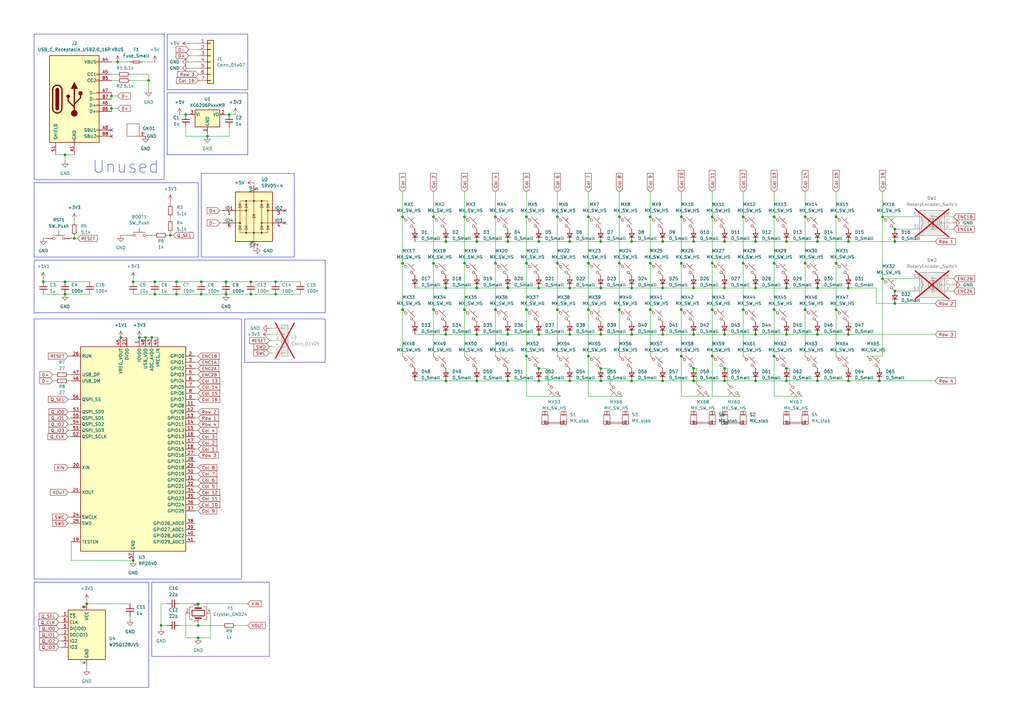
<source format=kicad_sch>
(kicad_sch (version 20231120) (generator "eeschema") (generator_version "8.0")
  (paper "A3")
  (junction (at 182.88 99.06))
  (junction (at 317.5 88.9))
  (junction (at 190.5 127))
  (junction (at 367.03 99.06))
  (junction (at 233.68 137.16))
  (junction (at 54.61 229.87))
  (junction (at 284.48 156.21))
  (junction (at 228.6 88.9))
  (junction (at 220.98 118.11))
  (junction (at 266.7 127))
  (junction (at 57.15 138.43))
  (junction (at 113.03 115.57))
  (junction (at 342.9 107.95))
  (junction (at 335.28 137.16))
  (junction (at 317.5 146.05))
  (junction (at 82.55 115.57))
  (junction (at 241.3 146.05))
  (junction (at 190.5 107.95))
  (junction (at 367.03 119.38))
  (junction (at 309.88 118.11))
  (junction (at 195.58 156.21))
  (junction (at 45.72 39.37))
  (junction (at 259.08 137.16))
  (junction (at 322.58 151.13))
  (junction (at 266.7 107.95))
  (junction (at 284.48 151.13))
  (junction (at 220.98 99.06))
  (junction (at 330.2 88.9))
  (junction (at 297.18 151.13))
  (junction (at 246.38 118.11))
  (junction (at 342.9 88.9))
  (junction (at 203.2 88.9))
  (junction (at 284.48 118.11))
  (junction (at 17.78 115.57))
  (junction (at 177.8 107.95))
  (junction (at 335.28 99.06))
  (junction (at 102.87 115.57))
  (junction (at 195.58 118.11))
  (junction (at 165.1 127))
  (junction (at 361.95 88.9))
  (junction (at 63.5 115.57))
  (junction (at 322.58 137.16))
  (junction (at 72.39 115.57))
  (junction (at 271.78 137.16))
  (junction (at 246.38 137.16))
  (junction (at 361.95 114.3))
  (junction (at 228.6 107.95))
  (junction (at 246.38 151.13))
  (junction (at 233.68 118.11))
  (junction (at 279.4 88.9))
  (junction (at 82.55 120.65))
  (junction (at 259.08 118.11))
  (junction (at 292.1 127))
  (junction (at 215.9 88.9))
  (junction (at 69.85 96.52))
  (junction (at 48.26 25.4))
  (junction (at 284.48 99.06))
  (junction (at 317.5 107.95))
  (junction (at 49.53 138.43))
  (junction (at 26.67 63.5))
  (junction (at 92.71 120.65))
  (junction (at 335.28 118.11))
  (junction (at 66.04 256.54))
  (junction (at 297.18 118.11))
  (junction (at 304.8 107.95))
  (junction (at 220.98 156.21))
  (junction (at 165.1 107.95))
  (junction (at 72.39 120.65))
  (junction (at 215.9 107.95))
  (junction (at 279.4 107.95))
  (junction (at 92.71 115.57))
  (junction (at 102.87 120.65))
  (junction (at 85.09 55.88))
  (junction (at 292.1 107.95))
  (junction (at 309.88 156.21))
  (junction (at 347.98 137.16))
  (junction (at 208.28 156.21))
  (junction (at 304.8 127))
  (junction (at 309.88 99.06))
  (junction (at 59.69 138.43))
  (junction (at 203.2 127))
  (junction (at 322.58 118.11))
  (junction (at 177.8 127))
  (junction (at 63.5 120.65))
  (junction (at 54.61 115.57))
  (junction (at 113.03 120.65))
  (junction (at 81.28 261.62))
  (junction (at 195.58 99.06))
  (junction (at 317.5 127))
  (junction (at 367.03 93.98))
  (junction (at 342.9 127))
  (junction (at 165.1 88.9))
  (junction (at 292.1 146.05))
  (junction (at 195.58 137.16))
  (junction (at 259.08 156.21))
  (junction (at 182.88 118.11))
  (junction (at 45.72 44.45))
  (junction (at 60.96 33.02))
  (junction (at 254 127))
  (junction (at 254 88.9))
  (junction (at 292.1 88.9))
  (junction (at 254 107.95))
  (junction (at 330.2 107.95))
  (junction (at 208.28 99.06))
  (junction (at 182.88 156.21))
  (junction (at 81.28 256.54))
  (junction (at 233.68 99.06))
  (junction (at 367.03 124.46))
  (junction (at 220.98 137.16))
  (junction (at 228.6 127))
  (junction (at 190.5 88.9))
  (junction (at 93.98 46.99))
  (junction (at 30.48 97.79))
  (junction (at 241.3 127))
  (junction (at 309.88 137.16))
  (junction (at 297.18 156.21))
  (junction (at 322.58 99.06))
  (junction (at 215.9 146.05))
  (junction (at 182.88 137.16))
  (junction (at 259.08 99.06))
  (junction (at 279.4 127))
  (junction (at 26.67 120.65))
  (junction (at 35.56 247.65))
  (junction (at 241.3 88.9))
  (junction (at 208.28 137.16))
  (junction (at 246.38 99.06))
  (junction (at 347.98 156.21))
  (junction (at 233.68 156.21))
  (junction (at 76.2 46.99))
  (junction (at 266.7 88.9))
  (junction (at 62.23 138.43))
  (junction (at 220.98 151.13))
  (junction (at 246.38 156.21))
  (junction (at 208.28 118.11))
  (junction (at 215.9 127))
  (junction (at 26.67 115.57))
  (junction (at 177.8 88.9))
  (junction (at 347.98 99.06))
  (junction (at 203.2 107.95))
  (junction (at 335.28 156.21))
  (junction (at 271.78 156.21))
  (junction (at 241.3 107.95))
  (junction (at 330.2 127))
  (junction (at 304.8 88.9))
  (junction (at 81.28 247.65))
  (junction (at 347.98 118.11))
  (junction (at 279.4 146.05))
  (junction (at 360.68 156.21))
  (junction (at 271.78 118.11))
  (junction (at 322.58 156.21))
  (junction (at 297.18 137.16))
  (junction (at 271.78 99.06))
  (junction (at 297.18 99.06))
  (junction (at 284.48 137.16))
  (no_connect (at 45.72 55.88))
  (no_connect (at 116.84 86.36))
  (no_connect (at 116.84 91.44))
  (no_connect (at 45.72 53.34))
  (wire (pts (xy 66.04 256.54) (xy 66.04 257.81)))
  (wire (pts (xy 53.34 33.02) (xy 60.96 33.02)))
  (wire (pts (xy 285.75 157.48) (xy 285.75 151.13)))
  (wire (pts (xy 259.08 156.21) (xy 271.78 156.21)))
  (wire (pts (xy 60.96 30.48) (xy 60.96 33.02)))
  (wire (pts (xy 347.98 99.06) (xy 367.03 99.06)))
  (wire (pts (xy 72.39 115.57) (xy 82.55 115.57)))
  (wire (pts (xy 220.98 137.16) (xy 233.68 137.16)))
  (wire (pts (xy 361.95 78.74) (xy 361.95 88.9)))
  (wire (pts (xy 255.27 162.56) (xy 241.3 162.56)))
  (wire (pts (xy 228.6 107.95) (xy 228.6 127)))
  (wire (pts (xy 304.8 107.95) (xy 304.8 127)))
  (wire (pts (xy 284.48 156.21) (xy 297.18 156.21)))
  (wire (pts (xy 335.28 156.21) (xy 347.98 156.21)))
  (wire (pts (xy 45.72 39.37) (xy 45.72 40.64)))
  (wire (pts (xy 330.2 78.74) (xy 330.2 88.9)))
  (wire (pts (xy 17.78 114.3) (xy 17.78 115.57)))
  (wire (pts (xy 92.71 120.65) (xy 102.87 120.65)))
  (wire (pts (xy 297.18 99.06) (xy 309.88 99.06)))
  (wire (pts (xy 383.54 137.16) (xy 347.98 137.16)))
  (wire (pts (xy 224.79 151.13) (xy 220.98 151.13)))
  (wire (pts (xy 81.28 156.21) (xy 80.01 156.21)))
  (wire (pts (xy 182.88 137.16) (xy 195.58 137.16)))
  (wire (pts (xy 49.53 138.43) (xy 52.07 138.43)))
  (wire (pts (xy 68.58 247.65) (xy 66.04 247.65)))
  (wire (pts (xy 215.9 162.56) (xy 229.87 162.56)))
  (wire (pts (xy 63.5 115.57) (xy 72.39 115.57)))
  (wire (pts (xy 292.1 127) (xy 292.1 146.05)))
  (wire (pts (xy 322.58 137.16) (xy 335.28 137.16)))
  (wire (pts (xy 26.67 120.65) (xy 36.83 120.65)))
  (wire (pts (xy 298.45 151.13) (xy 297.18 151.13)))
  (wire (pts (xy 309.88 118.11) (xy 322.58 118.11)))
  (wire (pts (xy 190.5 78.74) (xy 190.5 88.9)))
  (wire (pts (xy 309.88 99.06) (xy 322.58 99.06)))
  (wire (pts (xy 48.26 39.37) (xy 45.72 39.37)))
  (wire (pts (xy 76.2 46.99) (xy 77.47 46.99)))
  (wire (pts (xy 284.48 99.06) (xy 297.18 99.06)))
  (wire (pts (xy 279.4 78.74) (xy 279.4 88.9)))
  (wire (pts (xy 190.5 127) (xy 190.5 146.05)))
  (wire (pts (xy 330.2 88.9) (xy 330.2 107.95)))
  (wire (pts (xy 182.88 118.11) (xy 195.58 118.11)))
  (wire (pts (xy 48.26 44.45) (xy 45.72 44.45)))
  (wire (pts (xy 330.2 127) (xy 330.2 146.05)))
  (wire (pts (xy 170.18 99.06) (xy 182.88 99.06)))
  (wire (pts (xy 170.18 118.11) (xy 182.88 118.11)))
  (wire (pts (xy 220.98 99.06) (xy 233.68 99.06)))
  (wire (pts (xy 22.86 63.5) (xy 26.67 63.5)))
  (wire (pts (xy 322.58 156.21) (xy 335.28 156.21)))
  (wire (pts (xy 81.28 256.54) (xy 81.28 255.27)))
  (wire (pts (xy 266.7 107.95) (xy 266.7 127)))
  (wire (pts (xy 317.5 107.95) (xy 317.5 127)))
  (wire (pts (xy 81.28 196.85) (xy 80.01 196.85)))
  (wire (pts (xy 69.85 88.9) (xy 69.85 90.17)))
  (wire (pts (xy 215.9 107.95) (xy 215.9 127)))
  (wire (pts (xy 190.5 88.9) (xy 190.5 107.95)))
  (wire (pts (xy 53.34 254) (xy 53.34 252.73)))
  (wire (pts (xy 165.1 78.74) (xy 165.1 88.9)))
  (wire (pts (xy 24.13 260.35) (xy 25.4 260.35)))
  (wire (pts (xy 317.5 88.9) (xy 317.5 107.95)))
  (wire (pts (xy 81.28 261.62) (xy 86.36 261.62)))
  (wire (pts (xy 241.3 162.56) (xy 241.3 146.05)))
  (wire (pts (xy 195.58 99.06) (xy 208.28 99.06)))
  (wire (pts (xy 81.28 151.13) (xy 80.01 151.13)))
  (wire (pts (xy 24.13 255.27) (xy 25.4 255.27)))
  (wire (pts (xy 113.03 115.57) (xy 123.19 115.57)))
  (wire (pts (xy 254 88.9) (xy 254 107.95)))
  (wire (pts (xy 208.28 156.21) (xy 220.98 156.21)))
  (wire (pts (xy 208.28 118.11) (xy 220.98 118.11)))
  (wire (pts (xy 81.28 146.05) (xy 80.01 146.05)))
  (wire (pts (xy 360.68 156.21) (xy 383.54 156.21)))
  (wire (pts (xy 391.16 93.98) (xy 389.89 93.98)))
  (wire (pts (xy 241.3 78.74) (xy 241.3 88.9)))
  (wire (pts (xy 73.66 256.54) (xy 81.28 256.54)))
  (wire (pts (xy 24.13 265.43) (xy 25.4 265.43)))
  (wire (pts (xy 233.68 137.16) (xy 246.38 137.16)))
  (wire (pts (xy 27.94 179.07) (xy 29.21 179.07)))
  (wire (pts (xy 81.28 163.83) (xy 80.01 163.83)))
  (wire (pts (xy 21.59 156.21) (xy 22.86 156.21)))
  (wire (pts (xy 91.44 256.54) (xy 81.28 256.54)))
  (wire (pts (xy 81.28 186.69) (xy 80.01 186.69)))
  (wire (pts (xy 110.49 144.78) (xy 111.76 144.78)))
  (wire (pts (xy 233.68 118.11) (xy 246.38 118.11)))
  (wire (pts (xy 27.94 191.77) (xy 29.21 191.77)))
  (wire (pts (xy 35.56 247.65) (xy 53.34 247.65)))
  (wire (pts (xy 203.2 88.9) (xy 203.2 107.95)))
  (wire (pts (xy 81.28 153.67) (xy 80.01 153.67)))
  (wire (pts (xy 233.68 99.06) (xy 246.38 99.06)))
  (wire (pts (xy 195.58 118.11) (xy 208.28 118.11)))
  (wire (pts (xy 27.94 214.63) (xy 29.21 214.63)))
  (wire (pts (xy 304.8 127) (xy 304.8 146.05)))
  (wire (pts (xy 259.08 118.11) (xy 271.78 118.11)))
  (wire (pts (xy 29.21 229.87) (xy 54.61 229.87)))
  (wire (pts (xy 27.94 146.05) (xy 29.21 146.05)))
  (wire (pts (xy 60.96 33.02) (xy 60.96 36.83)))
  (wire (pts (xy 24.13 262.89) (xy 25.4 262.89)))
  (wire (pts (xy 323.85 157.48) (xy 323.85 151.13)))
  (wire (pts (xy 90.17 91.44) (xy 91.44 91.44)))
  (wire (pts (xy 297.18 137.16) (xy 309.88 137.16)))
  (wire (pts (xy 71.12 96.52) (xy 69.85 96.52)))
  (wire (pts (xy 335.28 137.16) (xy 347.98 137.16)))
  (wire (pts (xy 17.78 97.79) (xy 19.05 97.79)))
  (wire (pts (xy 104.14 74.93) (xy 104.14 76.2)))
  (wire (pts (xy 241.3 127) (xy 241.3 146.05)))
  (wire (pts (xy 304.8 88.9) (xy 304.8 107.95)))
  (wire (pts (xy 48.26 25.4) (xy 53.34 25.4)))
  (wire (pts (xy 322.58 99.06) (xy 335.28 99.06)))
  (wire (pts (xy 246.38 156.21) (xy 259.08 156.21)))
  (wire (pts (xy 195.58 156.21) (xy 208.28 156.21)))
  (wire (pts (xy 93.98 52.07) (xy 93.98 55.88)))
  (wire (pts (xy 391.16 88.9) (xy 389.89 88.9)))
  (wire (pts (xy 54.61 120.65) (xy 63.5 120.65)))
  (wire (pts (xy 81.28 176.53) (xy 80.01 176.53)))
  (wire (pts (xy 102.87 120.65) (xy 113.03 120.65)))
  (wire (pts (xy 92.71 115.57) (xy 102.87 115.57)))
  (wire (pts (xy 304.8 78.74) (xy 304.8 88.9)))
  (wire (pts (xy 81.28 209.55) (xy 80.01 209.55)))
  (wire (pts (xy 190.5 107.95) (xy 190.5 127)))
  (wire (pts (xy 246.38 118.11) (xy 259.08 118.11)))
  (wire (pts (xy 292.1 107.95) (xy 292.1 127)))
  (wire (pts (xy 54.61 115.57) (xy 63.5 115.57)))
  (wire (pts (xy 285.75 151.13) (xy 284.48 151.13)))
  (wire (pts (xy 110.49 134.62) (xy 111.76 134.62)))
  (wire (pts (xy 330.2 107.95) (xy 330.2 127)))
  (wire (pts (xy 81.28 207.01) (xy 80.01 207.01)))
  (wire (pts (xy 290.83 162.56) (xy 279.4 162.56)))
  (wire (pts (xy 113.03 120.65) (xy 123.19 120.65)))
  (wire (pts (xy 279.4 127) (xy 279.4 146.05)))
  (wire (pts (xy 59.69 138.43) (xy 62.23 138.43)))
  (wire (pts (xy 335.28 99.06) (xy 347.98 99.06)))
  (wire (pts (xy 53.34 30.48) (xy 60.96 30.48)))
  (wire (pts (xy 165.1 107.95) (xy 165.1 127)))
  (wire (pts (xy 170.18 137.16) (xy 182.88 137.16)))
  (wire (pts (xy 27.94 173.99) (xy 29.21 173.99)))
  (wire (pts (xy 27.94 201.93) (xy 29.21 201.93)))
  (wire (pts (xy 342.9 78.74) (xy 342.9 88.9)))
  (wire (pts (xy 45.72 38.1) (xy 45.72 39.37)))
  (wire (pts (xy 73.66 46.99) (xy 76.2 46.99)))
  (wire (pts (xy 30.48 90.17) (xy 30.48 91.44)))
  (wire (pts (xy 165.1 88.9) (xy 165.1 107.95)))
  (wire (pts (xy 259.08 99.06) (xy 271.78 99.06)))
  (wire (pts (xy 367.03 119.38) (xy 374.65 119.38)))
  (wire (pts (xy 58.42 25.4) (xy 63.5 25.4)))
  (wire (pts (xy 104.14 102.87) (xy 104.14 101.6)))
  (wire (pts (xy 110.49 139.7) (xy 111.76 139.7)))
  (wire (pts (xy 63.5 120.65) (xy 72.39 120.65)))
  (wire (pts (xy 246.38 137.16) (xy 259.08 137.16)))
  (wire (pts (xy 45.72 43.18) (xy 45.72 44.45)))
  (wire (pts (xy 82.55 120.65) (xy 92.71 120.65)))
  (wire (pts (xy 271.78 118.11) (xy 284.48 118.11)))
  (wire (pts (xy 254 107.95) (xy 254 127)))
  (wire (pts (xy 81.28 191.77) (xy 80.01 191.77)))
  (wire (pts (xy 72.39 120.65) (xy 82.55 120.65)))
  (wire (pts (xy 177.8 107.95) (xy 177.8 127)))
  (wire (pts (xy 208.28 137.16) (xy 220.98 137.16)))
  (wire (pts (xy 215.9 78.74) (xy 215.9 88.9)))
  (wire (pts (xy 165.1 127) (xy 165.1 146.05)))
  (wire (pts (xy 279.4 88.9) (xy 279.4 107.95)))
  (wire (pts (xy 82.55 115.57) (xy 92.71 115.57)))
  (wire (pts (xy 215.9 88.9) (xy 215.9 107.95)))
  (wire (pts (xy 110.49 137.16) (xy 111.76 137.16)))
  (wire (pts (xy 292.1 88.9) (xy 292.1 107.95)))
  (wire (pts (xy 81.28 181.61) (xy 80.01 181.61)))
  (wire (pts (xy 266.7 88.9) (xy 266.7 107.95)))
  (wire (pts (xy 322.58 118.11) (xy 335.28 118.11)))
  (wire (pts (xy 292.1 78.74) (xy 292.1 88.9)))
  (wire (pts (xy 347.98 156.21) (xy 360.68 156.21)))
  (wire (pts (xy 374.65 93.98) (xy 367.03 93.98)))
  (wire (pts (xy 177.8 78.74) (xy 177.8 88.9)))
  (wire (pts (xy 228.6 78.74) (xy 228.6 88.9)))
  (wire (pts (xy 391.16 114.3) (xy 389.89 114.3)))
  (wire (pts (xy 81.28 158.75) (xy 80.01 158.75)))
  (wire (pts (xy 77.47 25.4) (xy 81.28 25.4)))
  (wire (pts (xy 342.9 127) (xy 342.9 146.05)))
  (wire (pts (xy 81.28 204.47) (xy 80.01 204.47)))
  (wire (pts (xy 250.19 151.13) (xy 250.19 157.48)))
  (wire (pts (xy 246.38 151.13) (xy 250.19 151.13)))
  (wire (pts (xy 76.2 55.88) (xy 85.09 55.88)))
  (wire (pts (xy 391.16 119.38) (xy 389.89 119.38)))
  (wire (pts (xy 391.16 91.44) (xy 389.89 91.44)))
  (wire (pts (xy 297.18 156.21) (xy 309.88 156.21)))
  (wire (pts (xy 81.28 199.39) (xy 80.01 199.39)))
  (wire (pts (xy 284.48 118.11) (xy 297.18 118.11)))
  (wire (pts (xy 361.95 88.9) (xy 361.95 114.3)))
  (wire (pts (xy 271.78 99.06) (xy 284.48 99.06)))
  (wire (pts (xy 30.48 96.52) (xy 30.48 97.79)))
  (wire (pts (xy 81.28 161.29) (xy 80.01 161.29)))
  (wire (pts (xy 27.94 171.45) (xy 29.21 171.45)))
  (wire (pts (xy 57.15 138.43) (xy 59.69 138.43)))
  (wire (pts (xy 284.48 137.16) (xy 297.18 137.16)))
  (wire (pts (xy 224.79 157.48) (xy 224.79 151.13)))
  (wire (pts (xy 48.26 33.02) (xy 45.72 33.02)))
  (wire (pts (xy 81.28 173.99) (xy 80.01 173.99)))
  (wire (pts (xy 342.9 88.9) (xy 342.9 107.95)))
  (wire (pts (xy 182.88 99.06) (xy 195.58 99.06)))
  (wire (pts (xy 266.7 78.74) (xy 266.7 88.9)))
  (wire (pts (xy 27.94 212.09) (xy 29.21 212.09)))
  (wire (pts (xy 317.5 162.56) (xy 317.5 146.05)))
  (wire (pts (xy 76.2 251.46) (xy 76.2 261.62)))
  (wire (pts (xy 66.04 247.65) (xy 66.04 256.54)))
  (wire (pts (xy 81.28 201.93) (xy 80.01 201.93)))
  (wire (pts (xy 361.95 146.05) (xy 355.6 146.05)))
  (wire (pts (xy 77.47 22.86) (xy 81.28 22.86)))
  (wire (pts (xy 45.72 30.48) (xy 48.26 30.48)))
  (wire (pts (xy 93.98 55.88) (xy 85.09 55.88)))
  (wire (pts (xy 81.28 168.91) (xy 80.01 168.91)))
  (wire (pts (xy 292.1 162.56) (xy 303.53 162.56)))
  (wire (pts (xy 335.28 118.11) (xy 347.98 118.11)))
  (wire (pts (xy 391.16 116.84) (xy 389.89 116.84)))
  (wire (pts (xy 27.94 168.91) (xy 29.21 168.91)))
  (wire (pts (xy 17.78 120.65) (xy 26.67 120.65)))
  (wire (pts (xy 69.85 82.55) (xy 69.85 83.82)))
  (wire (pts (xy 26.67 66.04) (xy 26.67 63.5)))
  (wire (pts (xy 31.75 97.79) (xy 30.48 97.79)))
  (wire (pts (xy 77.47 17.78) (xy 81.28 17.78)))
  (wire (pts (xy 220.98 156.21) (xy 233.68 156.21)))
  (wire (pts (xy 177.8 88.9) (xy 177.8 107.95)))
  (wire (pts (xy 215.9 127) (xy 215.9 146.05)))
  (wire (pts (xy 328.93 162.56) (xy 317.5 162.56)))
  (wire (pts (xy 254 78.74) (xy 254 88.9)))
  (wire (pts (xy 215.9 146.05) (xy 215.9 162.56)))
  (wire (pts (xy 292.1 146.05) (xy 292.1 162.56)))
  (wire (pts (xy 271.78 156.21) (xy 284.48 156.21)))
  (wire (pts (xy 317.5 127) (xy 317.5 146.05)))
  (wire (pts (xy 81.28 148.59) (xy 80.01 148.59)))
  (wire (pts (xy 81.28 179.07) (xy 80.01 179.07)))
  (wire (pts (xy 259.08 137.16) (xy 271.78 137.16)))
  (wire (pts (xy 27.94 153.67) (xy 29.21 153.67)))
  (wire (pts (xy 35.56 274.32) (xy 35.56 273.05)))
  (wire (pts (xy 203.2 78.74) (xy 203.2 88.9)))
  (wire (pts (xy 323.85 151.13) (xy 322.58 151.13)))
  (wire (pts (xy 170.18 156.21) (xy 182.88 156.21)))
  (wire (pts (xy 86.36 251.46) (xy 86.36 261.62)))
  (wire (pts (xy 203.2 107.95) (xy 203.2 127)))
  (wire (pts (xy 208.28 99.06) (xy 220.98 99.06)))
  (wire (pts (xy 96.52 46.99) (xy 93.98 46.99)))
  (wire (pts (xy 17.78 115.57) (xy 26.67 115.57)))
  (wire (pts (xy 45.72 44.45) (xy 45.72 45.72)))
  (wire (pts (xy 21.59 153.67) (xy 22.86 153.67)))
  (wire (pts (xy 81.28 184.15) (xy 80.01 184.15)))
  (wire (pts (xy 342.9 107.95) (xy 342.9 127)))
  (wire (pts (xy 246.38 99.06) (xy 259.08 99.06)))
  (wire (pts (xy 182.88 156.21) (xy 195.58 156.21)))
  (wire (pts (xy 54.61 114.3) (xy 54.61 115.57)))
  (wire (pts (xy 195.58 137.16) (xy 208.28 137.16)))
  (wire (pts (xy 233.68 156.21) (xy 246.38 156.21)))
  (wire (pts (xy 69.85 95.25) (xy 69.85 96.52)))
  (wire (pts (xy 228.6 127) (xy 228.6 146.05)))
  (wire (pts (xy 241.3 107.95) (xy 241.3 127)))
  (wire (pts (xy 81.28 194.31) (xy 80.01 194.31)))
  (wire (pts (xy 177.8 127) (xy 177.8 146.05)))
  (wire (pts (xy 81.28 247.65) (xy 101.6 247.65)))
  (wire (pts (xy 298.45 157.48) (xy 298.45 151.13)))
  (wire (pts (xy 77.47 27.94) (xy 81.28 27.94)))
  (wire (pts (xy 45.72 25.4) (xy 48.26 25.4)))
  (wire (pts (xy 81.28 171.45) (xy 80.01 171.45)))
  (wire (pts (xy 279.4 107.95) (xy 279.4 127)))
  (wire (pts (xy 76.2 261.62) (xy 81.28 261.62)))
  (wire (pts (xy 27.94 176.53) (xy 29.21 176.53)))
  (wire (pts (xy 30.48 97.79) (xy 29.21 97.79)))
  (wire (pts (xy 24.13 257.81) (xy 25.4 257.81)))
  (wire (pts (xy 317.5 78.74) (xy 317.5 88.9)))
  (wire (pts (xy 93.98 46.99) (xy 92.71 46.99)))
  (wire (pts (xy 309.88 137.16) (xy 322.58 137.16)))
  (wire (pts (xy 347.98 118.11) (xy 359.41 118.11)))
  (wire (pts (xy 26.67 63.5) (xy 30.48 63.5)))
  (wire (pts (xy 24.13 252.73) (xy 25.4 252.73)))
  (wire (pts (xy 76.2 52.07) (xy 76.2 55.88)))
  (wire (pts (xy 102.87 115.57) (xy 113.03 115.57)))
  (wire (pts (xy 228.6 88.9) (xy 228.6 107.95)))
  (wire (pts (xy 35.56 246.38) (xy 35.56 247.65)))
  (wire (pts (xy 69.85 96.52) (xy 68.58 96.52)))
  (wire (pts (xy 367.03 99.06) (xy 383.54 99.06)))
  (wire (pts (xy 220.98 118.11) (xy 233.68 118.11)))
  (wire (pts (xy 49.53 96.52) (xy 52.07 96.52)))
  (wire (pts (xy 361.95 114.3) (xy 374.65 114.3)))
  (wire (pts (xy 73.66 247.65) (xy 81.28 247.65)))
  (wire (pts (xy 309.88 156.21) (xy 322.58 156.21)))
  (wire (pts (xy 77.47 20.32) (xy 81.28 20.32)))
  (wire (pts (xy 63.5 96.52) (xy 62.23 96.52)))
  (wire (pts (xy 90.17 86.36) (xy 91.44 86.36)))
  (wire (pts (xy 359.41 118.11) (xy 359.41 124.46)))
  (wire (pts (xy 27.94 163.83) (xy 29.21 163.83)))
  (wire (pts (xy 96.52 256.54) (xy 101.6 256.54)))
  (wire (pts (xy 27.94 156.21) (xy 29.21 156.21)))
  (wire (pts (xy 62.23 138.43) (xy 64.77 138.43)))
  (wire (pts (xy 271.78 137.16) (xy 284.48 137.16)))
  (wire (pts (xy 297.18 118.11) (xy 309.88 118.11)))
  (wire (pts (xy 29.21 222.25) (xy 29.21 229.87)))
  (wire (pts (xy 85.09 55.88) (xy 85.09 54.61)))
  (wire (pts (xy 279.4 162.56) (xy 279.4 146.05)))
  (wire (pts (xy 359.41 124.46) (xy 367.03 124.46)))
  (wire (pts (xy 266.7 127) (xy 266.7 146.05)))
  (wire (pts (xy 203.2 127) (xy 203.2 146.05)))
  (wire (pts (xy 361.95 88.9) (xy 374.65 88.9)))
  (wire (pts (xy 241.3 88.9) (xy 241.3 107.95)))
  (wire (pts (xy 26.67 115.57) (xy 36.83 115.57)))
  (wire (pts (xy 361.95 114.3) (xy 361.95 146.05)))
  (wire (pts (xy 66.04 256.54) (xy 68.58 256.54)))
  (wire (pts (xy 110.49 142.24) (xy 111.76 142.24)))
  (wire (pts (xy 367.03 124.46) (xy 383.54 124.46)))
  (wire (pts (xy 254 127) (xy 254 146.05)))
  (rectangle (start 13.97 106.68) (end 133.35 128.27))
  (rectangle (start 68.58 13.97) (end 101.6 36.83))
  (rectangle (start 68.58 38.1) (end 101.6 63.5))
  (rectangle (start 82.55 71.12) (end 120.65 105.41))
  (rectangle (start 62.23 238.76) (end 110.49 269.24))
  (rectangle (start 13.97 130.81) (end 99.06 237.49))
  (rectangle (start 100.33 130.81) (end 133.35 148.59))
  (rectangle (start 13.97 13.97) (end 67.31 73.66))
  (rectangle (start 13.97 238.76) (end 60.96 281.94))
  (rectangle (start 13.97 74.93) (end 81.28 105.41))
  (text "Unused" (at 51.562 68.58 0) (effects (font (size 5.08 5.08))))
  (global_label "Col 8" (shape input) (at 81.28 191.77 0) (property "Intersheetrefs" "${INTERSHEET_REFS}" (effects (hide yes))))
  (global_label "ENC2A" (shape input) (at 81.28 151.13 0) (property "Intersheetrefs" "${INTERSHEET_REFS}" (effects (hide yes))))
  (global_label "Q_IO2" (shape input) (at 27.94 173.99 180) (property "Intersheetrefs" "${INTERSHEET_REFS}" (effects (hide yes))))
  (global_label "ENC1B" (shape input) (at 391.16 88.9 0) (property "Intersheetrefs" "${INTERSHEET_REFS}" (effects (hide yes))))
  (global_label "Col 11" (shape input) (at 292.1 78.74 90) (property "Intersheetrefs" "${INTERSHEET_REFS}" (effects (hide yes))))
  (global_label "D-" (shape input) (at 77.47 20.32 180) (property "Intersheetrefs" "${INTERSHEET_REFS}" (effects (hide yes))))
  (global_label "XIN" (shape input) (at 101.6 247.65 0) (property "Intersheetrefs" "${INTERSHEET_REFS}" (effects (hide yes))))
  (global_label "D+" (shape input) (at 77.47 22.86 180) (property "Intersheetrefs" "${INTERSHEET_REFS}" (effects (hide yes))))
  (global_label "ENC2A" (shape input) (at 391.16 119.38 0) (property "Intersheetrefs" "${INTERSHEET_REFS}" (effects (hide yes))))
  (global_label "XIN" (shape input) (at 27.94 191.77 180) (property "Intersheetrefs" "${INTERSHEET_REFS}" (effects (hide yes))))
  (global_label "Col 15" (shape input) (at 342.9 78.74 90) (property "Intersheetrefs" "${INTERSHEET_REFS}" (effects (hide yes))))
  (global_label "Col 8" (shape input) (at 254 78.74 90) (property "Intersheetrefs" "${INTERSHEET_REFS}" (effects (hide yes))))
  (global_label "Col 2" (shape input) (at 177.8 78.74 90) (property "Intersheetrefs" "${INTERSHEET_REFS}" (effects (hide yes))))
  (global_label "Q_IO1" (shape input) (at 24.13 260.35 180) (property "Intersheetrefs" "${INTERSHEET_REFS}" (effects (hide yes))))
  (global_label "Col 12" (shape input) (at 81.28 201.93 0) (property "Intersheetrefs" "${INTERSHEET_REFS}" (effects (hide yes))))
  (global_label "Col 9" (shape input) (at 266.7 78.74 90) (property "Intersheetrefs" "${INTERSHEET_REFS}" (effects (hide yes))))
  (global_label "Q_SEL" (shape input) (at 24.13 252.73 180) (property "Intersheetrefs" "${INTERSHEET_REFS}" (effects (hide yes))))
  (global_label "Col 1" (shape input) (at 165.1 78.74 90) (property "Intersheetrefs" "${INTERSHEET_REFS}" (effects (hide yes))))
  (global_label "Q_IO1" (shape input) (at 27.94 171.45 180) (property "Intersheetrefs" "${INTERSHEET_REFS}" (effects (hide yes))))
  (global_label "Q_IO0" (shape input) (at 24.13 257.81 180) (property "Intersheetrefs" "${INTERSHEET_REFS}" (effects (hide yes))))
  (global_label "Q_IO3" (shape input) (at 27.94 176.53 180) (property "Intersheetrefs" "${INTERSHEET_REFS}" (effects (hide yes))))
  (global_label "Col 5" (shape input) (at 81.28 199.39 0) (property "Intersheetrefs" "${INTERSHEET_REFS}" (effects (hide yes))))
  (global_label "ENC2B" (shape input) (at 81.28 153.67 0) (property "Intersheetrefs" "${INTERSHEET_REFS}" (effects (hide yes))))
  (global_label "Col 5" (shape input) (at 215.9 78.74 90) (property "Intersheetrefs" "${INTERSHEET_REFS}" (effects (hide yes))))
  (global_label "Row 4" (shape input) (at 81.28 173.99 0) (property "Intersheetrefs" "${INTERSHEET_REFS}" (effects (hide yes))))
  (global_label "SWD" (shape input) (at 27.94 214.63 180) (property "Intersheetrefs" "${INTERSHEET_REFS}" (effects (hide yes))))
  (global_label "Col 13" (shape input) (at 81.28 156.21 0) (property "Intersheetrefs" "${INTERSHEET_REFS}" (effects (hide yes))))
  (global_label "Col 12" (shape input) (at 304.8 78.74 90) (property "Intersheetrefs" "${INTERSHEET_REFS}" (effects (hide yes))))
  (global_label "RESET" (shape input) (at 110.49 139.7 180) (property "Intersheetrefs" "${INTERSHEET_REFS}" (effects (hide yes))))
  (global_label "Col 3" (shape input) (at 190.5 78.74 90) (property "Intersheetrefs" "${INTERSHEET_REFS}" (effects (hide yes))))
  (global_label "Col 6" (shape input) (at 228.6 78.74 90) (property "Intersheetrefs" "${INTERSHEET_REFS}" (effects (hide yes))))
  (global_label "RESET" (shape input) (at 27.94 146.05 180) (property "Intersheetrefs" "${INTERSHEET_REFS}" (effects (hide yes))))
  (global_label "Q_IO3" (shape input) (at 24.13 265.43 180) (property "Intersheetrefs" "${INTERSHEET_REFS}" (effects (hide yes))))
  (global_label "Col 2" (shape input) (at 81.28 181.61 0) (property "Intersheetrefs" "${INTERSHEET_REFS}" (effects (hide yes))))
  (global_label "Q_SEL" (shape input) (at 71.12 96.52 0) (property "Intersheetrefs" "${INTERSHEET_REFS}" (effects (hide yes))))
  (global_label "SWC" (shape input) (at 27.94 212.09 180) (property "Intersheetrefs" "${INTERSHEET_REFS}" (effects (hide yes))))
  (global_label "Q_CLK" (shape input) (at 27.94 179.07 180) (property "Intersheetrefs" "${INTERSHEET_REFS}" (effects (hide yes))))
  (global_label "D+" (shape input) (at 48.26 44.45 0) (property "Intersheetrefs" "${INTERSHEET_REFS}" (effects (hide yes))))
  (global_label "Col 16" (shape input) (at 361.95 78.74 90) (property "Intersheetrefs" "${INTERSHEET_REFS}" (effects (hide yes))))
  (global_label "ENC2B" (shape input) (at 391.16 114.3 0) (property "Intersheetrefs" "${INTERSHEET_REFS}" (effects (hide yes))))
  (global_label "Col 13" (shape input) (at 317.5 78.74 90) (property "Intersheetrefs" "${INTERSHEET_REFS}" (effects (hide yes))))
  (global_label "RESET" (shape input) (at 31.75 97.79 0) (property "Intersheetrefs" "${INTERSHEET_REFS}" (effects (hide yes))))
  (global_label "ENC1B" (shape input) (at 81.28 146.05 0) (property "Intersheetrefs" "${INTERSHEET_REFS}" (effects (hide yes))))
  (global_label "Col 10" (shape input) (at 81.28 207.01 0) (property "Intersheetrefs" "${INTERSHEET_REFS}" (effects (hide yes))))
  (global_label "D+" (shape input) (at 90.17 86.36 180) (property "Intersheetrefs" "${INTERSHEET_REFS}" (effects (hide yes))))
  (global_label "ENC1A" (shape input) (at 391.16 93.98 0) (property "Intersheetrefs" "${INTERSHEET_REFS}" (effects (hide yes))))
  (global_label "Q_SEL" (shape input) (at 27.94 163.83 180) (property "Intersheetrefs" "${INTERSHEET_REFS}" (effects (hide yes))))
  (global_label "Row 4" (shape input) (at 383.54 156.21 0) (property "Intersheetrefs" "${INTERSHEET_REFS}" (effects (hide yes))))
  (global_label "Col 15" (shape input) (at 81.28 161.29 0) (property "Intersheetrefs" "${INTERSHEET_REFS}" (effects (hide yes))))
  (global_label "Row 1" (shape input) (at 81.28 171.45 0) (property "Intersheetrefs" "${INTERSHEET_REFS}" (effects (hide yes))))
  (global_label "Col 10" (shape input) (at 279.4 78.74 90) (property "Intersheetrefs" "${INTERSHEET_REFS}" (effects (hide yes))))
  (global_label "Col 11" (shape input) (at 81.28 204.47 0) (property "Intersheetrefs" "${INTERSHEET_REFS}" (effects (hide yes))))
  (global_label "Col 14" (shape input) (at 330.2 78.74 90) (property "Intersheetrefs" "${INTERSHEET_REFS}" (effects (hide yes))))
  (global_label "XOUT" (shape input) (at 27.94 201.93 180) (property "Intersheetrefs" "${INTERSHEET_REFS}" (effects (hide yes))))
  (global_label "Row 3" (shape input) (at 81.28 30.48 180) (property "Intersheetrefs" "${INTERSHEET_REFS}" (effects (hide yes))))
  (global_label "Col 16" (shape input) (at 81.28 163.83 0) (property "Intersheetrefs" "${INTERSHEET_REFS}" (effects (hide yes))))
  (global_label "Row 1" (shape input) (at 383.54 99.06 0) (property "Intersheetrefs" "${INTERSHEET_REFS}" (effects (hide yes))))
  (global_label "Row 2" (shape input) (at 383.54 124.46 0) (property "Intersheetrefs" "${INTERSHEET_REFS}" (effects (hide yes))))
  (global_label "D-" (shape input) (at 48.26 39.37 0) (property "Intersheetrefs" "${INTERSHEET_REFS}" (effects (hide yes))))
  (global_label "D-" (shape input) (at 90.17 91.44 180) (property "Intersheetrefs" "${INTERSHEET_REFS}" (effects (hide yes))))
  (global_label "Row 3" (shape input) (at 81.28 186.69 0) (property "Intersheetrefs" "${INTERSHEET_REFS}" (effects (hide yes))))
  (global_label "Col 4" (shape input) (at 81.28 176.53 0) (property "Intersheetrefs" "${INTERSHEET_REFS}" (effects (hide yes))))
  (global_label "Col 9" (shape input) (at 81.28 209.55 0) (property "Intersheetrefs" "${INTERSHEET_REFS}" (effects (hide yes))))
  (global_label "Col 7" (shape input) (at 81.28 194.31 0) (property "Intersheetrefs" "${INTERSHEET_REFS}" (effects (hide yes))))
  (global_label "Q_CLK" (shape input) (at 24.13 255.27 180) (property "Intersheetrefs" "${INTERSHEET_REFS}" (effects (hide yes))))
  (global_label "Col 1" (shape input) (at 81.28 184.15 0) (property "Intersheetrefs" "${INTERSHEET_REFS}" (effects (hide yes))))
  (global_label "ENC1A" (shape input) (at 81.28 148.59 0) (property "Intersheetrefs" "${INTERSHEET_REFS}" (effects (hide yes))))
  (global_label "XOUT" (shape input) (at 101.6 256.54 0) (property "Intersheetrefs" "${INTERSHEET_REFS}" (effects (hide yes))))
  (global_label "SWD" (shape input) (at 110.49 142.24 180) (property "Intersheetrefs" "${INTERSHEET_REFS}" (effects (hide yes))))
  (global_label "SWC" (shape input) (at 110.49 144.78 180) (property "Intersheetrefs" "${INTERSHEET_REFS}" (effects (hide yes))))
  (global_label "Row 3" (shape input) (at 383.54 137.16 0) (property "Intersheetrefs" "${INTERSHEET_REFS}" (effects (hide yes))))
  (global_label "D+" (shape input) (at 21.59 153.67 180) (property "Intersheetrefs" "${INTERSHEET_REFS}" (effects (hide yes))))
  (global_label "Col 4" (shape input) (at 203.2 78.74 90) (property "Intersheetrefs" "${INTERSHEET_REFS}" (effects (hide yes))))
  (global_label "Col 14" (shape input) (at 81.28 158.75 0) (property "Intersheetrefs" "${INTERSHEET_REFS}" (effects (hide yes))))
  (global_label "Q_IO2" (shape input) (at 24.13 262.89 180) (property "Intersheetrefs" "${INTERSHEET_REFS}" (effects (hide yes))))
  (global_label "Col 16" (shape input) (at 81.28 33.02 180) (property "Intersheetrefs" "${INTERSHEET_REFS}" (effects (hide yes))))
  (global_label "Col 3" (shape input) (at 81.28 179.07 0) (property "Intersheetrefs" "${INTERSHEET_REFS}" (effects (hide yes))))
  (global_label "Q_IO0" (shape input) (at 27.94 168.91 180) (property "Intersheetrefs" "${INTERSHEET_REFS}" (effects (hide yes))))
  (global_label "D-" (shape input) (at 21.59 156.21 180) (property "Intersheetrefs" "${INTERSHEET_REFS}" (effects (hide yes))))
  (global_label "Row 2" (shape input) (at 81.28 168.91 0) (property "Intersheetrefs" "${INTERSHEET_REFS}" (effects (hide yes))))
  (global_label "Col 6" (shape input) (at 81.28 196.85 0) (property "Intersheetrefs" "${INTERSHEET_REFS}" (effects (hide yes))))
  (global_label "Col 7" (shape input) (at 241.3 78.74 90) (property "Intersheetrefs" "${INTERSHEET_REFS}" (effects (hide yes))))
  (symbol (lib_id "Device:D_Small") (at 322.58 96.52 90) (unit 1)
    (property "Reference" "D13" (at 325.12 95.2499 90) (effects (justify right)))
    (property "Value" "D_Small" (at 325.12 97.7899 90) (effects (justify right)))
    (property "Footprint" "xomm:D_SOD-123_xomm" (effects (hide yes)))
    (property "Description" "Diode, small symbol" (effects (hide yes)))
    (property "Sim.Device" "D" (effects (hide yes)))
    (property "Sim.Pins" "1=K 2=A" (effects (hide yes)))
  )
  (symbol (lib_id "power:+3V3") (at 110.49 137.16 90) (unit 1)
    (property "Reference" "#PWR017" (effects (hide yes)))
    (property "Value" "+3V3" (at 106.68 137.1599 90) (effects (justify left)))
    (property "Description" "Power symbol creates a global label with name \"+3V3\"" (effects (hide yes)))
  )
  (symbol (lib_id "Device:C_Small") (at 53.34 250.19 0) (unit 1)
    (property "Reference" "C11" (at 55.88 248.9262 0) (effects (justify left)))
    (property "Value" "1u" (at 55.88 251.4662 0) (effects (justify left)))
    (property "Footprint" "Capacitor_SMD:C_0402_1005Metric" (effects (hide yes)))
    (property "Description" "Unpolarized capacitor, small symbol" (effects (hide yes)))
  )
  (symbol (lib_id "PCM_marbastlib-mx:MX_SW_HS_CPG151101S11") (at 256.54 129.54 0) (unit 1)
    (property "Reference" "MX40" (at 256.54 121.92 0))
    (property "Value" "MX_SW_HS" (at 256.54 124.46 0))
    (property "Footprint" "PCM_marbastlib-mx:SW_MX_HS_CPG151101S11_1u" (effects (hide yes)))
    (property "Description" "Push button switch, normally open, two pins, 45° tilted, Kailh CPG151101S11 for Cherry MX style switches" (effects (hide yes)))
  )
  (symbol (lib_id "power:GND") (at 49.53 96.52 0) (unit 1)
    (property "Reference" "#PWR014" (effects (hide yes)))
    (property "Value" "GND" (at 49.53 101.6 0))
    (property "Description" "Power symbol creates a global label with name \"GND\" , ground" (effects (hide yes)))
  )
  (symbol (lib_id "PCM_marbastlib-mx:MX_SW_HS_CPG151101S11") (at 364.49 91.44 0) (unit 1)
    (property "Reference" "MX16" (at 364.49 83.82 0))
    (property "Value" "MX_SW_HS" (at 364.49 86.36 0))
    (property "Footprint" "PCM_marbastlib-mx:SW_MX_HS_S_CPG151101S11_1u" (effects (hide yes)))
    (property "Description" "Push button switch, normally open, two pins, 45° tilted, Kailh CPG151101S11 for Cherry MX style switches" (effects (hide yes)))
  )
  (symbol (lib_id "PCM_marbastlib-mx:MX_SW_HS_CPG151101S11") (at 193.04 129.54 0) (unit 1)
    (property "Reference" "MX35" (at 193.04 121.92 0))
    (property "Value" "MX_SW_HS" (at 193.04 124.46 0))
    (property "Footprint" "PCM_marbastlib-mx:SW_MX_HS_CPG151101S11_1u" (effects (hide yes)))
    (property "Description" "Push button switch, normally open, two pins, 45° tilted, Kailh CPG151101S11 for Cherry MX style switches" (effects (hide yes)))
  )
  (symbol (lib_id "PCM_marbastlib-mx:MX_SW_HS_CPG151101S11") (at 269.24 129.54 0) (unit 1)
    (property "Reference" "MX41" (at 269.24 121.92 0))
    (property "Value" "MX_SW_HS" (at 269.24 124.46 0))
    (property "Footprint" "PCM_marbastlib-mx:SW_MX_HS_CPG151101S11_1u" (effects (hide yes)))
    (property "Description" "Push button switch, normally open, two pins, 45° tilted, Kailh CPG151101S11 for Cherry MX style switches" (effects (hide yes)))
  )
  (symbol (lib_id "power:GND") (at 104.14 102.87 90) (unit 1)
    (property "Reference" "#PWR016" (effects (hide yes)))
    (property "Value" "GND" (at 107.95 102.8699 90) (effects (justify right)))
    (property "Description" "Power symbol creates a global label with name \"GND\" , ground" (effects (hide yes)))
  )
  (symbol (lib_id "PCM_marbastlib-mx:MX_SW_HS_CPG151101S11") (at 205.74 110.49 0) (unit 1)
    (property "Reference" "MX20" (at 205.74 102.87 0))
    (property "Value" "MX_SW_HS" (at 205.74 105.41 0))
    (property "Footprint" "PCM_marbastlib-mx:SW_MX_HS_CPG151101S11_1u" (effects (hide yes)))
    (property "Description" "Push button switch, normally open, two pins, 45° tilted, Kailh CPG151101S11 for Cherry MX style switches" (effects (hide yes)))
  )
  (symbol (lib_id "power:GND") (at 53.34 254 0) (unit 1)
    (property "Reference" "#PWR027" (effects (hide yes)))
    (property "Value" "GND" (at 53.34 259.08 0))
    (property "Description" "Power symbol creates a global label with name \"GND\" , ground" (effects (hide yes)))
  )
  (symbol (lib_id "power:GND") (at 77.47 25.4 270) (unit 1)
    (property "Reference" "#PWR04" (effects (hide yes)))
    (property "Value" "GND" (at 73.66 25.3999 90) (effects (justify right)))
    (property "Description" "Power symbol creates a global label with name \"GND\" , ground" (effects (hide yes)))
  )
  (symbol (lib_id "Device:D_Small") (at 335.28 134.62 90) (unit 1)
    (property "Reference" "D46" (at 337.82 133.3499 90) (effects (justify right)))
    (property "Value" "D_Small" (at 337.82 135.8899 90) (effects (justify right)))
    (property "Footprint" "xomm:D_SOD-123_xomm" (effects (hide yes)))
    (property "Description" "Diode, small symbol" (effects (hide yes)))
    (property "Sim.Device" "D" (effects (hide yes)))
    (property "Sim.Pins" "1=K 2=A" (effects (hide yes)))
  )
  (symbol (lib_id "power:+3V3") (at 35.56 246.38 0) (unit 1)
    (property "Reference" "#PWR026" (effects (hide yes)))
    (property "Value" "+3V3" (at 35.56 241.3 0))
    (property "Description" "Power symbol creates a global label with name \"+3V3\"" (effects (hide yes)))
  )
  (symbol (lib_id "power:+5V") (at 104.14 74.93 90) (unit 1)
    (property "Reference" "#PWR011" (effects (hide yes)))
    (property "Value" "+5V" (at 100.33 74.9299 90) (effects (justify left)))
    (property "Description" "Power symbol creates a global label with name \"+5V\"" (effects (hide yes)))
  )
  (symbol (lib_id "PCM_marbastlib-mx:MX_stab") (at 252.73 171.45 0) (unit 1) (in_bom no)
    (property "Reference" "S3" (at 259.08 170.0529 0) (effects (justify left)))
    (property "Value" "MX_stab" (at 259.08 172.5929 0) (effects (justify left)))
    (property "Footprint" "PCM_marbastlib-mx:STAB_MX_P_2u" (effects (hide yes)))
    (property "Description" "Cherry MX-style stabilizer" (effects (hide yes)))
  )
  (symbol (lib_id "PCM_marbastlib-mx:MX_SW_HS_CPG151101S11") (at 294.64 110.49 0) (unit 1)
    (property "Reference" "MX27" (at 294.64 102.87 0))
    (property "Value" "MX_SW_HS" (at 294.64 105.41 0))
    (property "Footprint" "PCM_marbastlib-mx:SW_MX_HS_CPG151101S11_1u" (effects (hide yes)))
    (property "Description" "Push button switch, normally open, two pins, 45° tilted, Kailh CPG151101S11 for Cherry MX style switches" (effects (hide yes)))
  )
  (symbol (lib_id "Device:D_Small") (at 271.78 153.67 90) (unit 1)
    (property "Reference" "D57" (at 274.32 152.3999 90) (effects (justify right)))
    (property "Value" "D_Small" (at 274.32 154.9399 90) (effects (justify right)))
    (property "Footprint" "xomm:D_SOD-123_xomm" (effects (hide yes)))
    (property "Description" "Diode, small symbol" (effects (hide yes)))
    (property "Sim.Device" "D" (effects (hide yes)))
    (property "Sim.Pins" "1=K 2=A" (effects (hide yes)))
  )
  (symbol (lib_id "Device:D_Small") (at 335.28 96.52 90) (unit 1)
    (property "Reference" "D14" (at 337.82 95.2499 90) (effects (justify right)))
    (property "Value" "D_Small" (at 337.82 97.7899 90) (effects (justify right)))
    (property "Footprint" "xomm:D_SOD-123_xomm" (effects (hide yes)))
    (property "Description" "Diode, small symbol" (effects (hide yes)))
    (property "Sim.Device" "D" (effects (hide yes)))
    (property "Sim.Pins" "1=K 2=A" (effects (hide yes)))
  )
  (symbol (lib_id "Device:D_Small") (at 259.08 115.57 90) (unit 1)
    (property "Reference" "D24" (at 261.62 114.2999 90) (effects (justify right)))
    (property "Value" "D_Small" (at 261.62 116.8399 90) (effects (justify right)))
    (property "Footprint" "xomm:D_SOD-123_xomm" (effects (hide yes)))
    (property "Description" "Diode, small symbol" (effects (hide yes)))
    (property "Sim.Device" "D" (effects (hide yes)))
    (property "Sim.Pins" "1=K 2=A" (effects (hide yes)))
  )
  (symbol (lib_id "power:+3V3") (at 54.61 114.3 0) (unit 1)
    (property "Reference" "#PWR019" (effects (hide yes)))
    (property "Value" "+3V3" (at 54.61 109.22 0))
    (property "Description" "Power symbol creates a global label with name \"+3V3\"" (effects (hide yes)))
  )
  (symbol (lib_id "Device:D_Small") (at 367.03 121.92 90) (unit 1)
    (property "Reference" "D32" (at 369.57 120.6499 90) (effects (justify right)))
    (property "Value" "D_Small" (at 369.57 123.1899 90) (effects (justify right)))
    (property "Footprint" "xomm:D_SOD-123_xomm" (effects (hide yes)))
    (property "Description" "Diode, small symbol" (effects (hide yes)))
    (property "Sim.Device" "D" (effects (hide yes)))
    (property "Sim.Pins" "1=K 2=A" (effects (hide yes)))
  )
  (symbol (lib_id "PCM_marbastlib-mx:MX_SW_HS_CPG151101S11") (at 345.44 129.54 0) (unit 1)
    (property "Reference" "MX47" (at 345.44 121.92 0))
    (property "Value" "MX_SW_HS" (at 345.44 124.46 0))
    (property "Footprint" "PCM_marbastlib-mx:SW_MX_HS_CPG151101S11_1u" (effects (hide yes)))
    (property "Description" "Push button switch, normally open, two pins, 45° tilted, Kailh CPG151101S11 for Cherry MX style switches" (effects (hide yes)))
  )
  (symbol (lib_id "PCM_marbastlib-mx:MX_SW_HS_CPG151101S11") (at 227.33 160.02 180) (unit 1)
    (property "Reference" "MX53" (at 227.33 164.846 0))
    (property "Value" "MX_SW_HS" (at 227.33 167.386 0))
    (property "Footprint" "PCM_marbastlib-mx:SW_MX_HS_S_CPG151101S11_1u" (effects (hide yes)))
    (property "Description" "Push button switch, normally open, two pins, 45° tilted, Kailh CPG151101S11 for Cherry MX style switches" (effects (hide yes)))
  )
  (symbol (lib_id "Device:C_Small") (at 54.61 118.11 0) (unit 1)
    (property "Reference" "C5" (at 57.15 116.8462 0) (effects (justify left)))
    (property "Value" "10u" (at 57.15 119.3862 0) (effects (justify left)))
    (property "Footprint" "Capacitor_SMD:C_0603_1608Metric" (effects (hide yes)))
    (property "Description" "Unpolarized capacitor, small symbol" (effects (hide yes)))
  )
  (symbol (lib_id "PCM_marbastlib-various:SRV05-4") (at 104.14 88.9 0) (unit 1)
    (property "Reference" "U2" (at 107.1565 73.66 0) (effects (justify left)))
    (property "Value" "SRV05-4" (at 107.1565 76.2 0) (effects (justify left)))
    (property "Footprint" "PCM_marbastlib-various:SOT-23-6-routable" (effects (hide yes)))
    (property "Datasheet" "http://www.onsemi.com/pub/Collateral/SRV05-4-D.PDF" (effects (hide yes)))
    (property "Description" "ESD Protection Diodes with Low Clamping Voltage, SOT-23-6" (effects (hide yes)))
  )
  (symbol (lib_id "Device:D_Small") (at 195.58 96.52 90) (unit 1)
    (property "Reference" "D3" (at 198.12 95.2499 90) (effects (justify right)))
    (property "Value" "D_Small" (at 198.12 97.7899 90) (effects (justify right)))
    (property "Footprint" "xomm:D_SOD-123_xomm" (effects (hide yes)))
    (property "Description" "Diode, small symbol" (effects (hide yes)))
    (property "Sim.Device" "D" (effects (hide yes)))
    (property "Sim.Pins" "1=K 2=A" (effects (hide yes)))
  )
  (symbol (lib_id "Device:D_Small") (at 284.48 96.52 90) (unit 1)
    (property "Reference" "D10" (at 287.02 95.2499 90) (effects (justify right)))
    (property "Value" "D_Small" (at 287.02 97.7899 90) (effects (justify right)))
    (property "Footprint" "xomm:D_SOD-123_xomm" (effects (hide yes)))
    (property "Description" "Diode, small symbol" (effects (hide yes)))
    (property "Sim.Device" "D" (effects (hide yes)))
    (property "Sim.Pins" "1=K 2=A" (effects (hide yes)))
  )
  (symbol (lib_id "PCM_marbastlib-mx:MX_SW_HS_CPG151101S11") (at 218.44 91.44 0) (unit 1)
    (property "Reference" "MX5" (at 218.44 83.82 0))
    (property "Value" "MX_SW_HS" (at 218.44 86.36 0))
    (property "Footprint" "PCM_marbastlib-mx:SW_MX_HS_CPG151101S11_1u" (effects (hide yes)))
    (property "Description" "Push button switch, normally open, two pins, 45° tilted, Kailh CPG151101S11 for Cherry MX style switches" (effects (hide yes)))
  )
  (symbol (lib_id "Device:R_Small") (at 25.4 156.21 90) (unit 1)
    (property "Reference" "R8" (at 25.4 158.496 90))
    (property "Value" "27" (at 25.4 161.036 90))
    (property "Footprint" "Resistor_SMD:R_0402_1005Metric" (effects (hide yes)))
    (property "Description" "Resistor, small symbol" (effects (hide yes)))
  )
  (symbol (lib_id "PCM_marbastlib-mx:MX_stab") (at 326.39 171.45 0) (unit 1) (in_bom no)
    (property "Reference" "S4" (at 332.74 170.0529 0) (effects (justify left)))
    (property "Value" "MX_stab" (at 332.74 172.5929 0) (effects (justify left)))
    (property "Footprint" "PCM_marbastlib-mx:STAB_MX_P_2u" (effects (hide yes)))
    (property "Description" "Cherry MX-style stabilizer" (effects (hide yes)))
  )
  (symbol (lib_id "Device:D_Small") (at 284.48 134.62 90) (unit 1)
    (property "Reference" "D42" (at 287.02 133.3499 90) (effects (justify right)))
    (property "Value" "D_Small" (at 287.02 135.8899 90) (effects (justify right)))
    (property "Footprint" "xomm:D_SOD-123_xomm" (effects (hide yes)))
    (property "Description" "Diode, small symbol" (effects (hide yes)))
    (property "Sim.Device" "D" (effects (hide yes)))
    (property "Sim.Pins" "1=K 2=A" (effects (hide yes)))
  )
  (symbol (lib_id "Device:R_Small") (at 93.98 256.54 90) (unit 1)
    (property "Reference" "R9" (at 93.98 258.826 90))
    (property "Value" "1k" (at 93.98 261.366 90))
    (property "Footprint" "Resistor_SMD:R_0402_1005Metric" (effects (hide yes)))
    (property "Description" "Resistor, small symbol" (effects (hide yes)))
  )
  (symbol (lib_id "Device:D_Small") (at 246.38 134.62 90) (unit 1)
    (property "Reference" "D39" (at 248.92 133.3499 90) (effects (justify right)))
    (property "Value" "D_Small" (at 248.92 135.8899 90) (effects (justify right)))
    (property "Footprint" "xomm:D_SOD-123_xomm" (effects (hide yes)))
    (property "Description" "Diode, small symbol" (effects (hide yes)))
    (property "Sim.Device" "D" (effects (hide yes)))
    (property "Sim.Pins" "1=K 2=A" (effects (hide yes)))
  )
  (symbol (lib_id "PCM_marbastlib-mx:MX_SW_HS_CPG151101S11") (at 167.64 91.44 0) (unit 1)
    (property "Reference" "MX1" (at 167.64 83.82 0))
    (property "Value" "MX_SW_HS" (at 167.64 86.36 0))
    (property "Footprint" "PCM_marbastlib-mx:SW_MX_HS_S_CPG151101S11_1u" (effects (hide yes)))
    (property "Description" "Push button switch, normally open, two pins, 45° tilted, Kailh CPG151101S11 for Cherry MX style switches" (effects (hide yes)))
  )
  (symbol (lib_id "PCM_marbastlib-mx:MX_SW_HS_CPG151101S11") (at 256.54 110.49 0) (unit 1)
    (property "Reference" "MX24" (at 256.54 102.87 0))
    (property "Value" "MX_SW_HS" (at 256.54 105.41 0))
    (property "Footprint" "PCM_marbastlib-mx:SW_MX_HS_CPG151101S11_1u" (effects (hide yes)))
    (property "Description" "Push button switch, normally open, two pins, 45° tilted, Kailh CPG151101S11 for Cherry MX style switches" (effects (hide yes)))
  )
  (symbol (lib_id "PCM_marbastlib-mx:MX_SW_HS_CPG151101S11") (at 180.34 129.54 0) (unit 1)
    (property "Reference" "MX34" (at 180.34 121.92 0))
    (property "Value" "MX_SW_HS" (at 180.34 124.46 0))
    (property "Footprint" "PCM_marbastlib-mx:SW_MX_HS_CPG151101S11_1u" (effects (hide yes)))
    (property "Description" "Push button switch, normally open, two pins, 45° tilted, Kailh CPG151101S11 for Cherry MX style switches" (effects (hide yes)))
  )
  (symbol (lib_id "Memory_Flash:W25Q128JVS") (at 35.56 260.35 0) (unit 1)
    (property "Reference" "U4" (at 44.704 261.874 0) (effects (justify left)))
    (property "Value" "W25Q128JVS" (at 44.704 264.414 0) (effects (justify left)))
    (property "Footprint" "Package_SO:SOIC-8_5.23x5.23mm_P1.27mm" (effects (hide yes)))
    (property "Datasheet" "http://www.winbond.com/resource-files/w25q128jv_dtr%20revc%2003272018%20plus.pdf" (effects (hide yes)))
    (property "Description" "128Mb Serial Flash Memory, Standard/Dual/Quad SPI, SOIC-8" (effects (hide yes)))
  )
  (symbol (lib_id "PCM_marbastlib-mx:MX_SW_HS_CPG151101S11") (at 345.44 91.44 0) (unit 1)
    (property "Reference" "MX15" (at 345.44 83.82 0))
    (property "Value" "MX_SW_HS" (at 345.44 86.36 0))
    (property "Footprint" "PCM_marbastlib-mx:SW_MX_HS_CPG151101S11_1u" (effects (hide yes)))
    (property "Description" "Push button switch, normally open, two pins, 45° tilted, Kailh CPG151101S11 for Cherry MX style switches" (effects (hide yes)))
  )
  (symbol (lib_id "power:GND") (at 26.67 120.65 0) (unit 1)
    (property "Reference" "#PWR021" (effects (hide yes)))
    (property "Value" "GND" (at 26.67 125.73 0))
    (property "Description" "Power symbol creates a global label with name \"GND\" , ground" (effects (hide yes)))
  )
  (symbol (lib_id "Device:D_Small") (at 208.28 115.57 90) (unit 1)
    (property "Reference" "D20" (at 210.82 114.2999 90) (effects (justify right)))
    (property "Value" "D_Small" (at 210.82 116.8399 90) (effects (justify right)))
    (property "Footprint" "xomm:D_SOD-123_xomm" (effects (hide yes)))
    (property "Description" "Diode, small symbol" (effects (hide yes)))
    (property "Sim.Device" "D" (effects (hide yes)))
    (property "Sim.Pins" "1=K 2=A" (effects (hide yes)))
  )
  (symbol (lib_id "PCM_marbastlib-mx:MX_SW_HS_CPG151101S11") (at 332.74 148.59 0) (unit 1)
    (property "Reference" "MX63" (at 332.74 140.97 0))
    (property "Value" "MX_SW_HS" (at 332.74 143.51 0))
    (property "Footprint" "PCM_marbastlib-mx:SW_MX_HS_S_CPG151101S11_1u" (effects (hide yes)))
    (property "Description" "Push button switch, normally open, two pins, 45° tilted, Kailh CPG151101S11 for Cherry MX style switches" (effects (hide yes)))
  )
  (symbol (lib_id "PCM_marbastlib-mx:MX_stab") (at 227.33 171.45 0) (unit 1) (in_bom no)
    (property "Reference" "S1" (at 233.68 170.0529 0) (effects (justify left)))
    (property "Value" "MX_stab" (at 233.68 172.5929 0) (effects (justify left)))
    (property "Footprint" "PCM_marbastlib-mx:STAB_MX_P_2u" (effects (hide yes)))
    (property "Description" "Cherry MX-style stabilizer" (effects (hide yes)))
  )
  (symbol (lib_id "power:GND") (at 391.16 116.84 90) (unit 1)
    (property "Reference" "#PWR032" (effects (hide yes)))
    (property "Value" "GND" (at 394.97 116.8399 90) (effects (justify right)))
    (property "Description" "Power symbol creates a global label with name \"GND\" , ground" (effects (hide yes)))
  )
  (symbol (lib_id "Device:D_Small") (at 309.88 153.67 90) (unit 1)
    (property "Reference" "D61" (at 312.42 152.3999 90) (effects (justify right)))
    (property "Value" "D_Small" (at 312.42 154.9399 90) (effects (justify right)))
    (property "Footprint" "xomm:D_SOD-123_xomm" (effects (hide yes)))
    (property "Description" "Diode, small symbol" (effects (hide yes)))
    (property "Sim.Device" "D" (effects (hide yes)))
    (property "Sim.Pins" "1=K 2=A" (effects (hide yes)))
  )
  (symbol (lib_id "PCM_marbastlib-mx:MX_SW_HS_CPG151101S11") (at 294.64 148.59 0) (unit 1)
    (property "Reference" "MX59" (at 294.64 140.97 0))
    (property "Value" "MX_SW_HS" (at 294.64 143.51 0))
    (property "Footprint" "PCM_marbastlib-mx:SW_MX_HS_S_CPG151101S11_1u" (effects (hide yes)))
    (property "Description" "Push button switch, normally open, two pins, 45° tilted, Kailh CPG151101S11 for Cherry MX style switches" (effects (hide yes)))
  )
  (symbol (lib_id "PCM_marbastlib-mx:MX_SW_HS_CPG151101S11") (at 294.64 129.54 0) (unit 1)
    (property "Reference" "MX43" (at 294.64 121.92 0))
    (property "Value" "MX_SW_HS" (at 294.64 124.46 0))
    (property "Footprint" "PCM_marbastlib-mx:SW_MX_HS_CPG151101S11_1u" (effects (hide yes)))
    (property "Description" "Push button switch, normally open, two pins, 45° tilted, Kailh CPG151101S11 for Cherry MX style switches" (effects (hide yes)))
  )
  (symbol (lib_id "Device:D_Small") (at 182.88 96.52 90) (unit 1)
    (property "Reference" "D2" (at 185.42 95.2499 90) (effects (justify right)))
    (property "Value" "D_Small" (at 185.42 97.7899 90) (effects (justify right)))
    (property "Footprint" "xomm:D_SOD-123_xomm" (effects (hide yes)))
    (property "Description" "Diode, small symbol" (effects (hide yes)))
    (property "Sim.Device" "D" (effects (hide yes)))
    (property "Sim.Pins" "1=K 2=A" (effects (hide yes)))
  )
  (symbol (lib_id "PCM_marbastlib-mx:MX_SW_HS_CPG151101S11") (at 180.34 110.49 0) (unit 1)
    (property "Reference" "MX18" (at 180.34 102.87 0))
    (property "Value" "MX_SW_HS" (at 180.34 105.41 0))
    (property "Footprint" "PCM_marbastlib-mx:SW_MX_HS_CPG151101S11_1u" (effects (hide yes)))
    (property "Description" "Push button switch, normally open, two pins, 45° tilted, Kailh CPG151101S11 for Cherry MX style switches" (effects (hide yes)))
  )
  (symbol (lib_id "power:+5V") (at 63.5 25.4 0) (unit 1) (on_board no)
    (property "Reference" "#PWR03" (effects (hide yes)))
    (property "Value" "+5V" (at 63.5 20.32 0))
    (property "Description" "Power symbol creates a global label with name \"+5V\"" (effects (hide yes)))
  )
  (symbol (lib_id "power:GND") (at 54.61 229.87 0) (unit 1)
    (property "Reference" "#PWR025" (effects (hide yes)))
    (property "Value" "GND" (at 54.61 234.95 0))
    (property "Description" "Power symbol creates a global label with name \"GND\" , ground" (effects (hide yes)))
  )
  (symbol (lib_id "Device:D_Small") (at 367.03 96.52 90) (unit 1)
    (property "Reference" "D16" (at 369.57 95.2499 90) (effects (justify right)))
    (property "Value" "D_Small" (at 369.57 97.7899 90) (effects (justify right)))
    (property "Footprint" "xomm:D_SOD-123_xomm" (effects (hide yes)))
    (property "Description" "Diode, small symbol" (effects (hide yes)))
    (property "Sim.Device" "D" (effects (hide yes)))
    (property "Sim.Pins" "1=K 2=A" (effects (hide yes)))
  )
  (symbol (lib_id "PCM_marbastlib-mx:MX_SW_HS_CPG151101S11") (at 243.84 91.44 0) (unit 1)
    (property "Reference" "MX7" (at 243.84 83.82 0))
    (property "Value" "MX_SW_HS" (at 243.84 86.36 0))
    (property "Footprint" "PCM_marbastlib-mx:SW_MX_HS_CPG151101S11_1u" (effects (hide yes)))
    (property "Description" "Push button switch, normally open, two pins, 45° tilted, Kailh CPG151101S11 for Cherry MX style switches" (effects (hide yes)))
  )
  (symbol (lib_id "PCM_marbastlib-mx:MX_SW_HS_CPG151101S11") (at 300.99 160.02 180) (unit 1)
    (property "Reference" "MX60" (at 300.99 164.846 0))
    (property "Value" "MX_SW_HS" (at 300.99 167.386 0))
    (property "Footprint" "PCM_marbastlib-mx:SW_MX_HS_S_CPG151101S11_1u" (effects (hide yes)))
    (property "Description" "Push button switch, normally open, two pins, 45° tilted, Kailh CPG151101S11 for Cherry MX style switches" (effects (hide yes)))
  )
  (symbol (lib_id "PCM_marbastlib-mx:MX_SW_HS_CPG151101S11") (at 281.94 148.59 0) (unit 1)
    (property "Reference" "MX58" (at 281.94 140.97 0))
    (property "Value" "MX_SW_HS" (at 281.94 143.51 0))
    (property "Footprint" "PCM_marbastlib-mx:SW_MX_HS_S_CPG151101S11_1u" (effects (hide yes)))
    (property "Description" "Push button switch, normally open, two pins, 45° tilted, Kailh CPG151101S11 for Cherry MX style switches" (effects (hide yes)))
  )
  (symbol (lib_id "Device:D_Small") (at 220.98 96.52 90) (unit 1)
    (property "Reference" "D5" (at 223.52 95.2499 90) (effects (justify right)))
    (property "Value" "D_Small" (at 223.52 97.7899 90) (effects (justify right)))
    (property "Footprint" "xomm:D_SOD-123_xomm" (effects (hide yes)))
    (property "Description" "Diode, small symbol" (effects (hide yes)))
    (property "Sim.Device" "D" (effects (hide yes)))
    (property "Sim.Pins" "1=K 2=A" (effects (hide yes)))
  )
  (symbol (lib_id "PCM_marbastlib-mx:MX_SW_HS_CPG151101S11") (at 326.39 160.02 180) (unit 1)
    (property "Reference" "MX67" (at 326.39 164.846 0))
    (property "Value" "MX_SW_HS" (at 326.39 167.386 0))
    (property "Footprint" "PCM_marbastlib-mx:SW_MX_HS_S_CPG151101S11_1u" (effects (hide yes)))
    (property "Description" "Push button switch, normally open, two pins, 45° tilted, Kailh CPG151101S11 for Cherry MX style switches" (effects (hide yes)))
  )
  (symbol (lib_id "Device:C_Small") (at 92.71 118.11 0) (unit 1)
    (property "Reference" "C9" (at 95.25 116.8462 0) (effects (justify left)))
    (property "Value" "100n" (at 95.25 119.3862 0) (effects (justify left)))
    (property "Footprint" "Capacitor_SMD:C_0402_1005Metric" (effects (hide yes)))
    (property "Description" "Unpolarized capacitor, small symbol" (effects (hide yes)))
  )
  (symbol (lib_id "Device:D_Small") (at 347.98 96.52 90) (unit 1)
    (property "Reference" "D15" (at 350.52 95.2499 90) (effects (justify right)))
    (property "Value" "D_Small" (at 350.52 97.7899 90) (effects (justify right)))
    (property "Footprint" "xomm:D_SOD-123_xomm" (effects (hide yes)))
    (property "Description" "Diode, small symbol" (effects (hide yes)))
    (property "Sim.Device" "D" (effects (hide yes)))
    (property "Sim.Pins" "1=K 2=A" (effects (hide yes)))
  )
  (symbol (lib_id "power:+1V1") (at 49.53 138.43 0) (unit 1)
    (property "Reference" "#PWR023" (effects (hide yes)))
    (property "Value" "+1V1" (at 49.53 133.35 0))
    (property "Description" "Power symbol creates a global label with name \"+1V1\"" (effects (hide yes)))
  )
  (symbol (lib_id "Device:D_Small") (at 246.38 96.52 90) (unit 1)
    (property "Reference" "D7" (at 248.92 95.2499 90) (effects (justify right)))
    (property "Value" "D_Small" (at 248.92 97.7899 90) (effects (justify right)))
    (property "Footprint" "xomm:D_SOD-123_xomm" (effects (hide yes)))
    (property "Description" "Diode, small symbol" (effects (hide yes)))
    (property "Sim.Device" "D" (effects (hide yes)))
    (property "Sim.Pins" "1=K 2=A" (effects (hide yes)))
  )
  (symbol (lib_id "Device:C_Small") (at 36.83 118.11 0) (unit 1)
    (property "Reference" "C16" (at 39.116 116.84 0) (effects (justify left)))
    (property "Value" "100n" (at 39.116 119.38 0) (effects (justify left)))
    (property "Footprint" "Capacitor_SMD:C_0402_1005Metric" (effects (hide yes)))
    (property "Description" "Unpolarized capacitor, small symbol" (effects (hide yes)))
  )
  (symbol (lib_id "Device:D_Small") (at 208.28 96.52 90) (unit 1)
    (property "Reference" "D4" (at 210.82 95.2499 90) (effects (justify right)))
    (property "Value" "D_Small" (at 210.82 97.7899 90) (effects (justify right)))
    (property "Footprint" "xomm:D_SOD-123_xomm" (effects (hide yes)))
    (property "Description" "Diode, small symbol" (effects (hide yes)))
    (property "Sim.Device" "D" (effects (hide yes)))
    (property "Sim.Pins" "1=K 2=A" (effects (hide yes)))
  )
  (symbol (lib_id "PCM_marbastlib-mx:MX_SW_HS_CPG151101S11") (at 243.84 129.54 0) (unit 1)
    (property "Reference" "MX39" (at 243.84 121.92 0))
    (property "Value" "MX_SW_HS" (at 243.84 124.46 0))
    (property "Footprint" "PCM_marbastlib-mx:SW_MX_HS_CPG151101S11_1u" (effects (hide yes)))
    (property "Description" "Push button switch, normally open, two pins, 45° tilted, Kailh CPG151101S11 for Cherry MX style switches" (effects (hide yes)))
  )
  (symbol (lib_id "Device:C_Small") (at 76.2 49.53 0) (mirror y) (unit 1)
    (property "Reference" "C1" (at 73.66 48.2662 0) (effects (justify left)))
    (property "Value" "1u" (at 73.66 50.8062 0) (effects (justify left)))
    (property "Footprint" "Capacitor_SMD:C_0402_1005Metric" (effects (hide yes)))
    (property "Description" "Unpolarized capacitor, small symbol" (effects (hide yes)))
  )
  (symbol (lib_id "PCM_marbastlib-mx:MX_SW_HS_CPG151101S11") (at 193.04 148.59 0) (unit 1)
    (property "Reference" "MX50" (at 193.04 140.97 0))
    (property "Value" "MX_SW_HS" (at 193.04 143.51 0))
    (property "Footprint" "PCM_marbastlib-mx:SW_MX_HS_CPG151101S11_1u" (effects (hide yes)))
    (property "Description" "Push button switch, normally open, two pins, 45° tilted, Kailh CPG151101S11 for Cherry MX style switches" (effects (hide yes)))
  )
  (symbol (lib_id "power:GND") (at 81.28 261.62 0) (unit 1)
    (property "Reference" "#PWR029" (effects (hide yes)))
    (property "Value" "GND" (at 81.28 266.7 0))
    (property "Description" "Power symbol creates a global label with name \"GND\" , ground" (effects (hide yes)))
  )
  (symbol (lib_id "Device:D_Small") (at 271.78 134.62 90) (unit 1)
    (property "Reference" "D41" (at 274.32 133.3499 90) (effects (justify right)))
    (property "Value" "D_Small" (at 274.32 135.8899 90) (effects (justify right)))
    (property "Footprint" "xomm:D_SOD-123_xomm" (effects (hide yes)))
    (property "Description" "Diode, small symbol" (effects (hide yes)))
    (property "Sim.Device" "D" (effects (hide yes)))
    (property "Sim.Pins" "1=K 2=A" (effects (hide yes)))
  )
  (symbol (lib_id "PCM_marbastlib-mx:MX_SW_HS_CPG151101S11") (at 231.14 148.59 0) (unit 1)
    (property "Reference" "MX54" (at 231.14 140.97 0))
    (property "Value" "MX_SW_HS" (at 231.14 143.51 0))
    (property "Footprint" "PCM_marbastlib-mx:SW_MX_HS_S_CPG151101S11_1u" (effects (hide yes)))
    (property "Description" "Push button switch, normally open, two pins, 45° tilted, Kailh CPG151101S11 for Cherry MX style switches" (effects (hide yes)))
  )
  (symbol (lib_id "power:GND") (at 77.47 27.94 270) (unit 1)
    (property "Reference" "#PWR05" (effects (hide yes)))
    (property "Value" "GND" (at 73.66 27.9399 90) (effects (justify right)))
    (property "Description" "Power symbol creates a global label with name \"GND\" , ground" (effects (hide yes)))
  )
  (symbol (lib_id "PCM_marbastlib-mx:MX_SW_HS_CPG151101S11") (at 288.29 160.02 180) (unit 1)
    (property "Reference" "MX68" (at 288.29 164.846 0))
    (property "Value" "MX_SW_HS" (at 288.29 167.386 0))
    (property "Footprint" "PCM_marbastlib-mx:SW_MX_HS_S_CPG151101S11_1u" (effects (hide yes)))
    (property "Description" "Push button switch, normally open, two pins, 45° tilted, Kailh CPG151101S11 for Cherry MX style switches" (effects (hide yes)))
  )
  (symbol (lib_id "Regulator_Linear:XC6206PxxxMR") (at 85.09 46.99 0) (unit 1)
    (property "Reference" "U1" (at 85.09 40.64 0))
    (property "Value" "XC6206PxxxMR" (at 85.09 43.18 0))
    (property "Footprint" "Package_TO_SOT_SMD:SOT-23-3" (effects (hide yes)))
    (property "Datasheet" "https://www.torexsemi.com/file/xc6206/XC6206.pdf" (effects (hide yes)))
    (property "Description" "Positive 60-250mA Low Dropout Regulator, Fixed Output, SOT-23" (effects (hide yes)))
  )
  (symbol (lib_id "PCM_marbastlib-mx:MX_SW_HS_CPG151101S11") (at 252.73 160.02 180) (unit 1)
    (property "Reference" "MX66" (at 252.73 164.846 0))
    (property "Value" "MX_SW_HS" (at 252.73 167.386 0))
    (property "Footprint" "PCM_marbastlib-mx:SW_MX_HS_S_CPG151101S11_1u" (effects (hide yes)))
    (property "Description" "Push button switch, normally open, two pins, 45° tilted, Kailh CPG151101S11 for Cherry MX style switches" (effects (hide yes)))
  )
  (symbol (lib_id "PCM_marbastlib-mx:MX_SW_HS_CPG151101S11") (at 218.44 148.59 0) (unit 1)
    (property "Reference" "MX52" (at 218.44 140.97 0))
    (property "Value" "MX_SW_HS" (at 218.44 143.51 0))
    (property "Footprint" "PCM_marbastlib-mx:SW_MX_HS_S_CPG151101S11_1u" (effects (hide yes)))
    (property "Description" "Push button switch, normally open, two pins, 45° tilted, Kailh CPG151101S11 for Cherry MX style switches" (effects (hide yes)))
  )
  (symbol (lib_id "Device:D_Small") (at 208.28 153.67 90) (unit 1)
    (property "Reference" "D51" (at 210.82 152.3999 90) (effects (justify right)))
    (property "Value" "D_Small" (at 210.82 154.9399 90) (effects (justify right)))
    (property "Footprint" "xomm:D_SOD-123_xomm" (effects (hide yes)))
    (property "Description" "Diode, small symbol" (effects (hide yes)))
    (property "Sim.Device" "D" (effects (hide yes)))
    (property "Sim.Pins" "1=K 2=A" (effects (hide yes)))
  )
  (symbol (lib_id "Connector:USB_C_Receptacle_USB2.0_16P") (at 30.48 40.64 0) (unit 1) (on_board no)
    (property "Reference" "J2" (at 30.48 17.78 0))
    (property "Value" "USB_C_Receptacle_USB2.0_16P" (at 30.48 20.32 0))
    (property "Footprint" "Connector_USB:USB_C_Receptacle_HRO_TYPE-C-31-M-12" (effects (hide yes)))
    (property "Datasheet" "https://www.usb.org/sites/default/files/documents/usb_type-c.zip" (effects (hide yes)))
    (property "Description" "USB 2.0-only 16P Type-C Receptacle connector" (effects (hide yes)))
  )
  (symbol (lib_id "PCM_marbastlib-mx:MX_SW_HS_CPG151101S11") (at 281.94 110.49 0) (unit 1)
    (property "Reference" "MX26" (at 281.94 102.87 0))
    (property "Value" "MX_SW_HS" (at 281.94 105.41 0))
    (property "Footprint" "PCM_marbastlib-mx:SW_MX_HS_CPG151101S11_1u" (effects (hide yes)))
    (property "Description" "Push button switch, normally open, two pins, 45° tilted, Kailh CPG151101S11 for Cherry MX style switches" (effects (hide yes)))
  )
  (symbol (lib_id "PCM_marbastlib-mx:MX_SW_HS_CPG151101S11") (at 307.34 91.44 0) (unit 1)
    (property "Reference" "MX12" (at 307.34 83.82 0))
    (property "Value" "MX_SW_HS" (at 307.34 86.36 0))
    (property "Footprint" "PCM_marbastlib-mx:SW_MX_HS_CPG151101S11_1u" (effects (hide yes)))
    (property "Description" "Push button switch, normally open, two pins, 45° tilted, Kailh CPG151101S11 for Cherry MX style switches" (effects (hide yes)))
  )
  (symbol (lib_id "Device:C_Small") (at 82.55 118.11 0) (unit 1)
    (property "Reference" "C8" (at 85.09 116.8462 0) (effects (justify left)))
    (property "Value" "100n" (at 85.09 119.3862 0) (effects (justify left)))
    (property "Footprint" "Capacitor_SMD:C_0402_1005Metric" (effects (hide yes)))
    (property "Description" "Unpolarized capacitor, small symbol" (effects (hide yes)))
  )
  (symbol (lib_id "PCM_marbastlib-mx:MX_SW_HS_CPG151101S11") (at 205.74 129.54 0) (unit 1)
    (property "Reference" "MX36" (at 205.74 121.92 0))
    (property "Value" "MX_SW_HS" (at 205.74 124.46 0))
    (property "Footprint" "PCM_marbastlib-mx:SW_MX_HS_CPG151101S11_1u" (effects (hide yes)))
    (property "Description" "Push button switch, normally open, two pins, 45° tilted, Kailh CPG151101S11 for Cherry MX style switches" (effects (hide yes)))
  )
  (symbol (lib_id "Device:D_Small") (at 335.28 153.67 90) (unit 1)
    (property "Reference" "D63" (at 337.82 152.3999 90) (effects (justify right)))
    (property "Value" "D_Small" (at 337.82 154.9399 90) (effects (justify right)))
    (property "Footprint" "xomm:D_SOD-123_xomm" (effects (hide yes)))
    (property "Description" "Diode, small symbol" (effects (hide yes)))
    (property "Sim.Device" "D" (effects (hide yes)))
    (property "Sim.Pins" "1=K 2=A" (effects (hide yes)))
  )
  (symbol (lib_id "PCM_marbastlib-mx:MX_SW_HS_CPG151101S11") (at 320.04 91.44 0) (unit 1)
    (property "Reference" "MX13" (at 320.04 83.82 0))
    (property "Value" "MX_SW_HS" (at 320.04 86.36 0))
    (property "Footprint" "PCM_marbastlib-mx:SW_MX_HS_CPG151101S11_1u" (effects (hide yes)))
    (property "Description" "Push button switch, normally open, two pins, 45° tilted, Kailh CPG151101S11 for Cherry MX style switches" (effects (hide yes)))
  )
  (symbol (lib_id "PCM_marbastlib-mx:MX_SW_HS_CPG151101S11") (at 358.14 148.59 0) (unit 1)
    (property "Reference" "MX65" (at 358.14 140.97 0))
    (property "Value" "MX_SW_HS" (at 358.14 143.51 0))
    (property "Footprint" "PCM_marbastlib-mx:SW_MX_HS_CPG151101S11_1u" (effects (hide yes)))
    (property "Description" "Push button switch, normally open, two pins, 45° tilted, Kailh CPG151101S11 for Cherry MX style switches" (effects (hide yes)))
  )
  (symbol (lib_id "Device:D_Small") (at 309.88 96.52 90) (unit 1)
    (property "Reference" "D12" (at 312.42 95.2499 90) (effects (justify right)))
    (property "Value" "D_Small" (at 312.42 97.7899 90) (effects (justify right)))
    (property "Footprint" "xomm:D_SOD-123_xomm" (effects (hide yes)))
    (property "Description" "Diode, small symbol" (effects (hide yes)))
    (property "Sim.Device" "D" (effects (hide yes)))
    (property "Sim.Pins" "1=K 2=A" (effects (hide yes)))
  )
  (symbol (lib_id "Device:D_Small") (at 182.88 134.62 90) (unit 1)
    (property "Reference" "D34" (at 185.42 133.3499 90) (effects (justify right)))
    (property "Value" "D_Small" (at 185.42 135.8899 90) (effects (justify right)))
    (property "Footprint" "xomm:D_SOD-123_xomm" (effects (hide yes)))
    (property "Description" "Diode, small symbol" (effects (hide yes)))
    (property "Sim.Device" "D" (effects (hide yes)))
    (property "Sim.Pins" "1=K 2=A" (effects (hide yes)))
  )
  (symbol (lib_id "power:+3V3") (at 96.52 46.99 0) (unit 1)
    (property "Reference" "#PWR08" (effects (hide yes)))
    (property "Value" "+3V3" (at 96.52 41.91 0))
    (property "Description" "Power symbol creates a global label with name \"+3V3\"" (effects (hide yes)))
  )
  (symbol (lib_id "PCM_marbastlib-mx:MX_SW_HS_CPG151101S11") (at 180.34 91.44 0) (unit 1)
    (property "Reference" "MX2" (at 180.34 83.82 0))
    (property "Value" "MX_SW_HS" (at 180.34 86.36 0))
    (property "Footprint" "PCM_marbastlib-mx:SW_MX_HS_S_CPG151101S11_1u" (effects (hide yes)))
    (property "Description" "Push button switch, normally open, two pins, 45° tilted, Kailh CPG151101S11 for Cherry MX style switches" (effects (hide yes)))
  )
  (symbol (lib_id "PCM_marbastlib-mx:MX_SW_HS_CPG151101S11") (at 332.74 91.44 0) (unit 1)
    (property "Reference" "MX14" (at 332.74 83.82 0))
    (property "Value" "MX_SW_HS" (at 332.74 86.36 0))
    (property "Footprint" "PCM_marbastlib-mx:SW_MX_HS_CPG151101S11_1u" (effects (hide yes)))
    (property "Description" "Push button switch, normally open, two pins, 45° tilted, Kailh CPG151101S11 for Cherry MX style switches" (effects (hide yes)))
  )
  (symbol (lib_id "PCM_marbastlib-mx:MX_SW_HS_CPG151101S11") (at 205.74 148.59 0) (unit 1)
    (property "Reference" "MX51" (at 205.74 140.97 0))
    (property "Value" "MX_SW_HS" (at 205.74 143.51 0))
    (property "Footprint" "PCM_marbastlib-mx:SW_MX_HS_CPG151101S11_1u" (effects (hide yes)))
    (property "Description" "Push button switch, normally open, two pins, 45° tilted, Kailh CPG151101S11 for Cherry MX style switches" (effects (hide yes)))
  )
  (symbol (lib_id "Switch:SW_Push") (at 24.13 97.79 0) (unit 1)
    (property "Reference" "RST1" (at 24.13 90.17 0))
    (property "Value" "SW_Push" (at 24.13 92.71 0))
    (property "Footprint" "Button_Switch_SMD:SW_SPST_TL3342" (effects (hide yes)))
    (property "Description" "Push button switch, generic, two pins" (effects (hide yes)))
  )
  (symbol (lib_id "PCM_marbastlib-mx:MX_SW_HS_CPG151101S11") (at 281.94 129.54 0) (unit 1)
    (property "Reference" "MX42" (at 281.94 121.92 0))
    (property "Value" "MX_SW_HS" (at 281.94 124.46 0))
    (property "Footprint" "PCM_marbastlib-mx:SW_MX_HS_CPG151101S11_1u" (effects (hide yes)))
    (property "Description" "Push button switch, normally open, two pins, 45° tilted, Kailh CPG151101S11 for Cherry MX style switches" (effects (hide yes)))
  )
  (symbol (lib_id "Device:D_Small") (at 195.58 115.57 90) (unit 1)
    (property "Reference" "D19" (at 198.12 114.2999 90) (effects (justify right)))
    (property "Value" "D_Small" (at 198.12 116.8399 90) (effects (justify right)))
    (property "Footprint" "xomm:D_SOD-123_xomm" (effects (hide yes)))
    (property "Description" "Diode, small symbol" (effects (hide yes)))
    (property "Sim.Device" "D" (effects (hide yes)))
    (property "Sim.Pins" "1=K 2=A" (effects (hide yes)))
  )
  (symbol (lib_id "Device:D_Small") (at 322.58 153.67 90) (unit 1)
    (property "Reference" "D62" (at 325.12 152.3999 90) (effects (justify right)))
    (property "Value" "D_Small" (at 325.12 154.9399 90) (effects (justify right)))
    (property "Footprint" "xomm:D_SOD-123_xomm" (effects (hide yes)))
    (property "Description" "Diode, small symbol" (effects (hide yes)))
    (property "Sim.Device" "D" (effects (hide yes)))
    (property "Sim.Pins" "1=K 2=A" (effects (hide yes)))
  )
  (symbol (lib_id "PCM_marbastlib-mx:MX_SW_HS_CPG151101S11") (at 256.54 148.59 0) (unit 1)
    (property "Reference" "MX56" (at 256.54 140.97 0))
    (property "Value" "MX_SW_HS" (at 256.54 143.51 0))
    (property "Footprint" "PCM_marbastlib-mx:SW_MX_HS_S_CPG151101S11_1u" (effects (hide yes)))
    (property "Description" "Push button switch, normally open, two pins, 45° tilted, Kailh CPG151101S11 for Cherry MX style switches" (effects (hide yes)))
  )
  (symbol (lib_id "power:GND") (at 17.78 97.79 0) (unit 1)
    (property "Reference" "#PWR015" (effects (hide yes)))
    (property "Value" "GND" (at 17.78 102.87 0))
    (property "Description" "Power symbol creates a global label with name \"GND\" , ground" (effects (hide yes)))
  )
  (symbol (lib_id "PCM_marbastlib-mx:MX_SW_HS_CPG151101S11") (at 294.64 91.44 0) (unit 1)
    (property "Reference" "MX11" (at 294.64 83.82 0))
    (property "Value" "MX_SW_HS" (at 294.64 86.36 0))
    (property "Footprint" "PCM_marbastlib-mx:SW_MX_HS_CPG151101S11_1u" (effects (hide yes)))
    (property "Description" "Push button switch, normally open, two pins, 45° tilted, Kailh CPG151101S11 for Cherry MX style switches" (effects (hide yes)))
  )
  (symbol (lib_id "Device:Fuse_Small") (at 55.88 25.4 0) (unit 1) (on_board no)
    (property "Reference" "F1" (at 55.88 20.32 0))
    (property "Value" "Fuse_Small" (at 55.88 22.86 0))
    (property "Footprint" "Fuse:Fuse_1206_3216Metric" (effects (hide yes)))
    (property "Description" "Fuse, small symbol" (effects (hide yes)))
  )
  (symbol (lib_id "Device:D_Small") (at 309.88 115.57 90) (unit 1)
    (property "Reference" "D28" (at 312.42 114.2999 90) (effects (justify right)))
    (property "Value" "D_Small" (at 312.42 116.8399 90) (effects (justify right)))
    (property "Footprint" "xomm:D_SOD-123_xomm" (effects (hide yes)))
    (property "Description" "Diode, small symbol" (effects (hide yes)))
    (property "Sim.Device" "D" (effects (hide yes)))
    (property "Sim.Pins" "1=K 2=A" (effects (hide yes)))
  )
  (symbol (lib_id "Device:C_Small") (at 123.19 118.11 0) (unit 1)
    (property "Reference" "C15" (at 125.73 116.8462 0) (effects (justify left)))
    (property "Value" "100n" (at 125.73 119.3862 0) (effects (justify left)))
    (property "Footprint" "Capacitor_SMD:C_0402_1005Metric" (effects (hide yes)))
    (property "Description" "Unpolarized capacitor, small symbol" (effects (hide yes)))
  )
  (symbol (lib_id "Device:C_Small") (at 71.12 247.65 90) (unit 1)
    (property "Reference" "C10" (at 71.1263 241.3 90))
    (property "Value" "22p" (at 71.1263 243.84 90))
    (property "Footprint" "Capacitor_SMD:C_0402_1005Metric" (effects (hide yes)))
    (property "Description" "Unpolarized capacitor, small symbol" (effects (hide yes)))
  )
  (symbol (lib_id "Device:D_Small") (at 233.68 153.67 90) (unit 1)
    (property "Reference" "D54" (at 236.22 152.3999 90) (effects (justify right)))
    (property "Value" "D_Small" (at 236.22 154.9399 90) (effects (justify right)))
    (property "Footprint" "xomm:D_SOD-123_xomm" (effects (hide yes)))
    (property "Description" "Diode, small symbol" (effects (hide yes)))
    (property "Sim.Device" "D" (effects (hide yes)))
    (property "Sim.Pins" "1=K 2=A" (effects (hide yes)))
  )
  (symbol (lib_id "PCM_marbastlib-mx:MX_SW_HS_CPG151101S11") (at 231.14 91.44 0) (unit 1)
    (property "Reference" "MX6" (at 231.14 83.82 0))
    (property "Value" "MX_SW_HS" (at 231.14 86.36 0))
    (property "Footprint" "PCM_marbastlib-mx:SW_MX_HS_CPG151101S11_1u" (effects (hide yes)))
    (property "Description" "Push button switch, normally open, two pins, 45° tilted, Kailh CPG151101S11 for Cherry MX style switches" (effects (hide yes)))
  )
  (symbol (lib_id "Device:D_Small") (at 195.58 153.67 90) (unit 1)
    (property "Reference" "D50" (at 198.12 152.3999 90) (effects (justify right)))
    (property "Value" "D_Small" (at 198.12 154.9399 90) (effects (justify right)))
    (property "Footprint" "xomm:D_SOD-123_xomm" (effects (hide yes)))
    (property "Description" "Diode, small symbol" (effects (hide yes)))
    (property "Sim.Device" "D" (effects (hide yes)))
    (property "Sim.Pins" "1=K 2=A" (effects (hide yes)))
  )
  (symbol (lib_id "PCM_marbastlib-mx:MX_SW_HS_CPG151101S11") (at 231.14 110.49 0) (unit 1)
    (property "Reference" "MX22" (at 231.14 102.87 0))
    (property "Value" "MX_SW_HS" (at 231.14 105.41 0))
    (property "Footprint" "PCM_marbastlib-mx:SW_MX_HS_CPG151101S11_1u" (effects (hide yes)))
    (property "Description" "Push button switch, normally open, two pins, 45° tilted, Kailh CPG151101S11 for Cherry MX style switches" (effects (hide yes)))
  )
  (symbol (lib_id "PCM_marbastlib-mx:MX_SW_HS_CPG151101S11") (at 307.34 148.59 0) (unit 1)
    (property "Reference" "MX61" (at 307.34 140.97 0))
    (property "Value" "MX_SW_HS" (at 307.34 143.51 0))
    (property "Footprint" "PCM_marbastlib-mx:SW_MX_HS_S_CPG151101S11_1u" (effects (hide yes)))
    (property "Description" "Push button switch, normally open, two pins, 45° tilted, Kailh CPG151101S11 for Cherry MX style switches" (effects (hide yes)))
  )
  (symbol (lib_id "Device:D_Small") (at 233.68 115.57 90) (unit 1)
    (property "Reference" "D22" (at 236.22 114.2999 90) (effects (justify right)))
    (property "Value" "D_Small" (at 236.22 116.8399 90) (effects (justify right)))
    (property "Footprint" "xomm:D_SOD-123_xomm" (effects (hide yes)))
    (property "Description" "Diode, small symbol" (effects (hide yes)))
    (property "Sim.Device" "D" (effects (hide yes)))
    (property "Sim.Pins" "1=K 2=A" (effects (hide yes)))
  )
  (symbol (lib_id "Device:RotaryEncoder_Switch") (at 382.27 116.84 180) (unit 1) (in_bom no) (dnp yes)
    (property "Reference" "SW2" (at 382.27 106.68 0))
    (property "Value" "RotaryEncoder_Switch" (at 382.27 109.22 0))
    (property "Footprint" "PCM_marbastlib-various:ROT_Alps_EC11E-Switch" (effects (hide yes)))
    (property "Description" "Rotary encoder, dual channel, incremental quadrate outputs, with switch" (effects (hide yes)))
  )
  (symbol (lib_id "Device:D_Small") (at 233.68 96.52 90) (unit 1)
    (property "Reference" "D6" (at 236.22 95.2499 90) (effects (justify right)))
    (property "Value" "D_Small" (at 236.22 97.7899 90) (effects (justify right)))
    (property "Footprint" "xomm:D_SOD-123_xomm" (effects (hide yes)))
    (property "Description" "Diode, small symbol" (effects (hide yes)))
    (property "Sim.Device" "D" (effects (hide yes)))
    (property "Sim.Pins" "1=K 2=A" (effects (hide yes)))
  )
  (symbol (lib_id "power:GND") (at 85.09 55.88 0) (unit 1)
    (property "Reference" "#PWR09" (effects (hide yes)))
    (property "Value" "GND" (at 85.09 60.96 0))
    (property "Description" "Power symbol creates a global label with name \"GND\" , ground" (effects (hide yes)))
  )
  (symbol (lib_id "PCM_marbastlib-mx:MX_SW_HS_CPG151101S11") (at 269.24 91.44 0) (unit 1)
    (property "Reference" "MX9" (at 269.24 83.82 0))
    (property "Value" "MX_SW_HS" (at 269.24 86.36 0))
    (property "Footprint" "PCM_marbastlib-mx:SW_MX_HS_CPG151101S11_1u" (effects (hide yes)))
    (property "Description" "Push button switch, normally open, two pins, 45° tilted, Kailh CPG151101S11 for Cherry MX style switches" (effects (hide yes)))
  )
  (symbol (lib_id "Device:D_Small") (at 170.18 115.57 90) (unit 1)
    (property "Reference" "D17" (at 172.72 114.2999 90) (effects (justify right)))
    (property "Value" "D_Small" (at 172.72 116.8399 90) (effects (justify right)))
    (property "Footprint" "xomm:D_SOD-123_xomm" (effects (hide yes)))
    (property "Description" "Diode, small symbol" (effects (hide yes)))
    (property "Sim.Device" "D" (effects (hide yes)))
    (property "Sim.Pins" "1=K 2=A" (effects (hide yes)))
  )
  (symbol (lib_id "Device:D_Small") (at 259.08 153.67 90) (unit 1)
    (property "Reference" "D56" (at 261.62 152.3999 90) (effects (justify right)))
    (property "Value" "D_Small" (at 261.62 154.9399 90) (effects (justify right)))
    (property "Footprint" "xomm:D_SOD-123_xomm" (effects (hide yes)))
    (property "Description" "Diode, small symbol" (effects (hide yes)))
    (property "Sim.Device" "D" (effects (hide yes)))
    (property "Sim.Pins" "1=K 2=A" (effects (hide yes)))
  )
  (symbol (lib_id "Connector_Generic:Conn_01x07") (at 86.36 25.4 0) (unit 1)
    (property "Reference" "J1" (at 88.9 24.1299 0) (effects (justify left)))
    (property "Value" "Conn_01x07" (at 88.9 26.6699 0) (effects (justify left)))
    (property "Footprint" "Connector_JST:JST_SH_BM07B-SRSS-TB_1x07-1MP_P1.00mm_Vertical" (effects (hide yes)))
    (property "Description" "Generic connector, single row, 01x07, script generated (kicad-library-utils/schlib/autogen/connector/)" (effects (hide yes)))
  )
  (symbol (lib_id "Connector_Generic:Conn_01x05") (at 116.84 139.7 0) (unit 1) (in_bom no) (dnp yes)
    (property "Reference" "J3" (at 119.38 138.4299 0) (effects (justify left)))
    (property "Value" "Conn_01x05" (at 119.38 140.9699 0) (effects (justify left)))
    (property "Footprint" "Connector_PinHeader_2.54mm:PinHeader_1x05_P2.54mm_Vertical" (effects (hide yes)))
    (property "Description" "Generic connector, single row, 01x05, script generated (kicad-library-utils/schlib/autogen/connector/)" (effects (hide yes)))
  )
  (symbol (lib_id "Device:D_Small") (at 182.88 153.67 90) (unit 1)
    (property "Reference" "D49" (at 185.42 152.3999 90) (effects (justify right)))
    (property "Value" "D_Small" (at 185.42 154.9399 90) (effects (justify right)))
    (property "Footprint" "xomm:D_SOD-123_xomm" (effects (hide yes)))
    (property "Description" "Diode, small symbol" (effects (hide yes)))
    (property "Sim.Device" "D" (effects (hide yes)))
    (property "Sim.Pins" "1=K 2=A" (effects (hide yes)))
  )
  (symbol (lib_id "Device:D_Small") (at 182.88 115.57 90) (unit 1)
    (property "Reference" "D18" (at 185.42 114.2999 90) (effects (justify right)))
    (property "Value" "D_Small" (at 185.42 116.8399 90) (effects (justify right)))
    (property "Footprint" "xomm:D_SOD-123_xomm" (effects (hide yes)))
    (property "Description" "Diode, small symbol" (effects (hide yes)))
    (property "Sim.Device" "D" (effects (hide yes)))
    (property "Sim.Pins" "1=K 2=A" (effects (hide yes)))
  )
  (symbol (lib_id "PCM_marbastlib-mx:MX_SW_HS_CPG151101S11") (at 269.24 110.49 0) (unit 1)
    (property "Reference" "MX25" (at 269.24 102.87 0))
    (property "Value" "MX_SW_HS" (at 269.24 105.41 0))
    (property "Footprint" "PCM_marbastlib-mx:SW_MX_HS_CPG151101S11_1u" (effects (hide yes)))
    (property "Description" "Push button switch, normally open, two pins, 45° tilted, Kailh CPG151101S11 for Cherry MX style switches" (effects (hide yes)))
  )
  (symbol (lib_id "power:GND") (at 35.56 274.32 0) (unit 1)
    (property "Reference" "#PWR030" (effects (hide yes)))
    (property "Value" "GND" (at 35.56 279.4 0))
    (property "Description" "Power symbol creates a global label with name \"GND\" , ground" (effects (hide yes)))
  )
  (symbol (lib_id "MCU_RaspberryPi:RP2040") (at 54.61 184.15 0) (unit 1)
    (property "Reference" "U3" (at 56.8041 228.6 0) (effects (justify left)))
    (property "Value" "RP2040" (at 56.8041 231.14 0) (effects (justify left)))
    (property "Footprint" "Package_DFN_QFN:QFN-56-1EP_7x7mm_P0.4mm_EP3.2x3.2mm" (effects (hide yes)))
    (property "Datasheet" "https://datasheets.raspberrypi.com/rp2040/rp2040-datasheet.pdf" (effects (hide yes)))
    (property "Description" "A microcontroller by Raspberry Pi" (effects (hide yes)))
  )
  (symbol (lib_id "Device:D_Small") (at 347.98 153.67 90) (unit 1)
    (property "Reference" "D64" (at 350.52 152.3999 90) (effects (justify right)))
    (property "Value" "D_Small" (at 350.52 154.9399 90) (effects (justify right)))
    (property "Footprint" "xomm:D_SOD-123_xomm" (effects (hide yes)))
    (property "Description" "Diode, small symbol" (effects (hide yes)))
    (property "Sim.Device" "D" (effects (hide yes)))
    (property "Sim.Pins" "1=K 2=A" (effects (hide yes)))
  )
  (symbol (lib_id "Device:D_Small") (at 322.58 115.57 90) (unit 1)
    (property "Reference" "D29" (at 325.12 114.2999 90) (effects (justify right)))
    (property "Value" "D_Small" (at 325.12 116.8399 90) (effects (justify right)))
    (property "Footprint" "xomm:D_SOD-123_xomm" (effects (hide yes)))
    (property "Description" "Diode, small symbol" (effects (hide yes)))
    (property "Sim.Device" "D" (effects (hide yes)))
    (property "Sim.Pins" "1=K 2=A" (effects (hide yes)))
  )
  (symbol (lib_id "Device:R_Small") (at 50.8 33.02 90) (unit 1) (on_board no)
    (property "Reference" "R2" (at 49.022 35.306 90))
    (property "Value" "5.1k" (at 52.832 35.306 90))
    (property "Footprint" "Resistor_SMD:R_0402_1005Metric" (effects (hide yes)))
    (property "Description" "Resistor, small symbol" (effects (hide yes)))
  )
  (symbol (lib_id "PCM_marbastlib-mx:MX_SW_HS_CPG151101S11") (at 320.04 148.59 0) (unit 1)
    (property "Reference" "MX62" (at 320.04 140.97 0))
    (property "Value" "MX_SW_HS" (at 320.04 143.51 0))
    (property "Footprint" "PCM_marbastlib-mx:SW_MX_HS_S_CPG151101S11_1u" (effects (hide yes)))
    (property "Description" "Push button switch, normally open, two pins, 45° tilted, Kailh CPG151101S11 for Cherry MX style switches" (effects (hide yes)))
  )
  (symbol (lib_id "Device:D_Small") (at 271.78 96.52 90) (unit 1)
    (property "Reference" "D9" (at 274.32 95.2499 90) (effects (justify right)))
    (property "Value" "D_Small" (at 274.32 97.7899 90) (effects (justify right)))
    (property "Footprint" "xomm:D_SOD-123_xomm" (effects (hide yes)))
    (property "Description" "Diode, small symbol" (effects (hide yes)))
    (property "Sim.Device" "D" (effects (hide yes)))
    (property "Sim.Pins" "1=K 2=A" (effects (hide yes)))
  )
  (symbol (lib_id "xomm:DummyPad") (at 53.34 52.07 0) (unit 1) (in_bom no) (on_board no)
    (property "Reference" "GND1" (at 58.42 52.7049 0) (effects (justify left)))
    (property "Value" "~" (at 58.42 54.61 0) (effects (justify left)))
    (property "Footprint" "xomm:LargeGroundPad" (effects (hide yes)))
  )
  (symbol (lib_id "Device:D_Small") (at 284.48 115.57 90) (unit 1)
    (property "Reference" "D26" (at 287.02 114.2999 90) (effects (justify right)))
    (property "Value" "D_Small" (at 287.02 116.8399 90) (effects (justify right)))
    (property "Footprint" "xomm:D_SOD-123_xomm" (effects (hide yes)))
    (property "Description" "Diode, small symbol" (effects (hide yes)))
    (property "Sim.Device" "D" (effects (hide yes)))
    (property "Sim.Pins" "1=K 2=A" (effects (hide yes)))
  )
  (symbol (lib_id "PCM_marbastlib-mx:MX_SW_HS_CPG151101S11") (at 243.84 148.59 0) (unit 1)
    (property "Reference" "MX55" (at 243.84 140.97 0))
    (property "Value" "MX_SW_HS" (at 243.84 143.51 0))
    (property "Footprint" "PCM_marbastlib-mx:SW_MX_HS_S_CPG151101S11_1u" (effects (hide yes)))
    (property "Description" "Push button switch, normally open, two pins, 45° tilted, Kailh CPG151101S11 for Cherry MX style switches" (effects (hide yes)))
  )
  (symbol (lib_id "Device:D_Small") (at 220.98 115.57 90) (unit 1)
    (property "Reference" "D21" (at 223.52 114.2999 90) (effects (justify right)))
    (property "Value" "D_Small" (at 223.52 116.8399 90) (effects (justify right)))
    (property "Footprint" "xomm:D_SOD-123_xomm" (effects (hide yes)))
    (property "Description" "Diode, small symbol" (effects (hide yes)))
    (property "Sim.Device" "D" (effects (hide yes)))
    (property "Sim.Pins" "1=K 2=A" (effects (hide yes)))
  )
  (symbol (lib_id "PCM_marbastlib-mx:MX_SW_HS_CPG151101S11") (at 167.64 110.49 0) (unit 1)
    (property "Reference" "MX17" (at 167.64 102.87 0))
    (property "Value" "MX_SW_HS" (at 167.64 105.41 0))
    (property "Footprint" "PCM_marbastlib-mx:SW_MX_HS_CPG151101S11_1u" (effects (hide yes)))
    (property "Description" "Push button switch, normally open, two pins, 45° tilted, Kailh CPG151101S11 for Cherry MX style switches" (effects (hide yes)))
  )
  (symbol (lib_id "PCM_marbastlib-mx:MX_SW_HS_CPG151101S11") (at 218.44 110.49 0) (unit 1)
    (property "Reference" "MX21" (at 218.44 102.87 0))
    (property "Value" "MX_SW_HS" (at 218.44 105.41 0))
    (property "Footprint" "PCM_marbastlib-mx:SW_MX_HS_CPG151101S11_1u" (effects (hide yes)))
    (property "Description" "Push button switch, normally open, two pins, 45° tilted, Kailh CPG151101S11 for Cherry MX style switches" (effects (hide yes)))
  )
  (symbol (lib_id "Device:D_Small") (at 347.98 134.62 90) (unit 1)
    (property "Reference" "D47" (at 350.52 133.3499 90) (effects (justify right)))
    (property "Value" "D_Small" (at 350.52 135.8899 90) (effects (justify right)))
    (property "Footprint" "xomm:D_SOD-123_xomm" (effects (hide yes)))
    (property "Description" "Diode, small symbol" (effects (hide yes)))
    (property "Sim.Device" "D" (effects (hide yes)))
    (property "Sim.Pins" "1=K 2=A" (effects (hide yes)))
  )
  (symbol (lib_id "Device:D_Small") (at 284.48 153.67 90) (unit 1)
    (property "Reference" "D58" (at 287.02 152.3999 90) (effects (justify right)))
    (property "Value" "D_Small" (at 287.02 154.9399 90) (effects (justify right)))
    (property "Footprint" "xomm:D_SOD-123_xomm" (effects (hide yes)))
    (property "Description" "Diode, small symbol" (effects (hide yes)))
    (property "Sim.Device" "D" (effects (hide yes)))
    (property "Sim.Pins" "1=K 2=A" (effects (hide yes)))
  )
  (symbol (lib_id "PCM_marbastlib-mx:MX_SW_HS_CPG151101S11") (at 307.34 110.49 0) (unit 1)
    (property "Reference" "MX28" (at 307.34 102.87 0))
    (property "Value" "MX_SW_HS" (at 307.34 105.41 0))
    (property "Footprint" "PCM_marbastlib-mx:SW_MX_HS_CPG151101S11_1u" (effects (hide yes)))
    (property "Description" "Push button switch, normally open, two pins, 45° tilted, Kailh CPG151101S11 for Cherry MX style switches" (effects (hide yes)))
  )
  (symbol (lib_id "Device:C_Small") (at 93.98 49.53 0) (unit 1)
    (property "Reference" "C2" (at 96.52 48.2662 0) (effects (justify left)))
    (property "Value" "1u" (at 96.52 50.8062 0) (effects (justify left)))
    (property "Footprint" "Capacitor_SMD:C_0402_1005Metric" (effects (hide yes)))
    (property "Description" "Unpolarized capacitor, small symbol" (effects (hide yes)))
  )
  (symbol (lib_id "PCM_marbastlib-mx:MX_SW_HS_CPG151101S11") (at 167.64 148.59 0) (unit 1)
    (property "Reference" "MX48" (at 167.64 140.97 0))
    (property "Value" "MX_SW_HS" (at 167.64 143.51 0))
    (property "Footprint" "PCM_marbastlib-mx:SW_MX_HS_CPG151101S11_1u" (effects (hide yes)))
    (property "Description" "Push button switch, normally open, two pins, 45° tilted, Kailh CPG151101S11 for Cherry MX style switches" (effects (hide yes)))
  )
  (symbol (lib_id "PCM_marbastlib-mx:MX_SW_HS_CPG151101S11") (at 320.04 129.54 0) (unit 1)
    (property "Reference" "MX45" (at 320.04 121.92 0))
    (property "Value" "MX_SW_HS" (at 320.04 124.46 0))
    (property "Footprint" "PCM_marbastlib-mx:SW_MX_HS_CPG151101S11_1u" (effects (hide yes)))
    (property "Description" "Push button switch, normally open, two pins, 45° tilted, Kailh CPG151101S11 for Cherry MX style switches" (effects (hide yes)))
  )
  (symbol (lib_id "PCM_marbastlib-mx:MX_SW_HS_CPG151101S11") (at 320.04 110.49 0) (unit 1)
    (property "Reference" "MX29" (at 320.04 102.87 0))
    (property "Value" "MX_SW_HS" (at 320.04 105.41 0))
    (property "Footprint" "PCM_marbastlib-mx:SW_MX_HS_CPG151101S11_1u" (effects (hide yes)))
    (property "Description" "Push button switch, normally open, two pins, 45° tilted, Kailh CPG151101S11 for Cherry MX style switches" (effects (hide yes)))
  )
  (symbol (lib_id "Device:D_Small") (at 195.58 134.62 90) (unit 1)
    (property "Reference" "D35" (at 198.12 133.3499 90) (effects (justify right)))
    (property "Value" "D_Small" (at 198.12 135.8899 90) (effects (justify right)))
    (property "Footprint" "xomm:D_SOD-123_xomm" (effects (hide yes)))
    (property "Description" "Diode, small symbol" (effects (hide yes)))
    (property "Sim.Device" "D" (effects (hide yes)))
    (property "Sim.Pins" "1=K 2=A" (effects (hide yes)))
  )
  (symbol (lib_id "PCM_marbastlib-mx:MX_SW_HS_CPG151101S11") (at 205.74 91.44 0) (unit 1)
    (property "Reference" "MX4" (at 205.74 83.82 0))
    (property "Value" "MX_SW_HS" (at 205.74 86.36 0))
    (property "Footprint" "PCM_marbastlib-mx:SW_MX_HS_CPG151101S11_1u" (effects (hide yes)))
    (property "Description" "Push button switch, normally open, two pins, 45° tilted, Kailh CPG151101S11 for Cherry MX style switches" (effects (hide yes)))
  )
  (symbol (lib_id "Device:D_Small") (at 335.28 115.57 90) (unit 1)
    (property "Reference" "D30" (at 337.82 114.2999 90) (effects (justify right)))
    (property "Value" "D_Small" (at 337.82 116.8399 90) (effects (justify right)))
    (property "Footprint" "xomm:D_SOD-123_xomm" (effects (hide yes)))
    (property "Description" "Diode, small symbol" (effects (hide yes)))
    (property "Sim.Device" "D" (effects (hide yes)))
    (property "Sim.Pins" "1=K 2=A" (effects (hide yes)))
  )
  (symbol (lib_id "Device:D_Small") (at 297.18 115.57 90) (unit 1)
    (property "Reference" "D27" (at 299.72 114.2999 90) (effects (justify right)))
    (property "Value" "D_Small" (at 299.72 116.8399 90) (effects (justify right)))
    (property "Footprint" "xomm:D_SOD-123_xomm" (effects (hide yes)))
    (property "Description" "Diode, small symbol" (effects (hide yes)))
    (property "Sim.Device" "D" (effects (hide yes)))
    (property "Sim.Pins" "1=K 2=A" (effects (hide yes)))
  )
  (symbol (lib_id "Device:C_Small") (at 17.78 118.11 0) (unit 1)
    (property "Reference" "C3" (at 20.32 116.8462 0) (effects (justify left)))
    (property "Value" "1u" (at 20.32 119.3862 0) (effects (justify left)))
    (property "Footprint" "Capacitor_SMD:C_0402_1005Metric" (effects (hide yes)))
    (property "Description" "Unpolarized capacitor, small symbol" (effects (hide yes)))
  )
  (symbol (lib_id "power:GND") (at 26.67 66.04 0) (unit 1) (on_board no)
    (property "Reference" "#PWR010" (effects (hide yes)))
    (property "Value" "GND" (at 26.67 71.12 0))
    (property "Description" "Power symbol creates a global label with name \"GND\" , ground" (effects (hide yes)))
  )
  (symbol (lib_id "Device:D_Small") (at 246.38 115.57 90) (unit 1)
    (property "Reference" "D23" (at 248.92 114.2999 90) (effects (justify right)))
    (property "Value" "D_Small" (at 248.92 116.8399 90) (effects (justify right)))
    (property "Footprint" "xomm:D_SOD-123_xomm" (effects (hide yes)))
    (property "Description" "Diode, small symbol" (effects (hide yes)))
    (property "Sim.Device" "D" (effects (hide yes)))
    (property "Sim.Pins" "1=K 2=A" (effects (hide yes)))
  )
  (symbol (lib_id "Device:D_Small") (at 297.18 96.52 90) (unit 1)
    (property "Reference" "D11" (at 299.72 95.2499 90) (effects (justify right)))
    (property "Value" "D_Small" (at 299.72 97.7899 90) (effects (justify right)))
    (property "Footprint" "xomm:D_SOD-123_xomm" (effects (hide yes)))
    (property "Description" "Diode, small symbol" (effects (hide yes)))
    (property "Sim.Device" "D" (effects (hide yes)))
    (property "Sim.Pins" "1=K 2=A" (effects (hide yes)))
  )
  (symbol (lib_id "Device:D_Small") (at 220.98 134.62 90) (unit 1)
    (property "Reference" "D37" (at 223.52 133.3499 90) (effects (justify right)))
    (property "Value" "D_Small" (at 223.52 135.8899 90) (effects (justify right)))
    (property "Footprint" "xomm:D_SOD-123_xomm" (effects (hide yes)))
    (property "Description" "Diode, small symbol" (effects (hide yes)))
    (property "Sim.Device" "D" (effects (hide yes)))
    (property "Sim.Pins" "1=K 2=A" (effects (hide yes)))
  )
  (symbol (lib_id "Device:R_Small") (at 69.85 86.36 0) (unit 1)
    (property "Reference" "R3" (at 72.39 85.0899 0) (effects (justify left)))
    (property "Value" "5.1k" (at 72.39 87.6299 0) (effects (justify left)))
    (property "Footprint" "Resistor_SMD:R_0402_1005Metric" (effects (hide yes)))
    (property "Description" "Resistor, small symbol" (effects (hide yes)))
  )
  (symbol (lib_id "PCM_marbastlib-mx:MX_SW_HS_CPG151101S11") (at 332.74 129.54 0) (unit 1)
    (property "Reference" "MX46" (at 332.74 121.92 0))
    (property "Value" "MX_SW_HS" (at 332.74 124.46 0))
    (property "Footprint" "PCM_marbastlib-mx:SW_MX_HS_CPG151101S11_1u" (effects (hide yes)))
    (property "Description" "Push button switch, normally open, two pins, 45° tilted, Kailh CPG151101S11 for Cherry MX style switches" (effects (hide yes)))
  )
  (symbol (lib_id "Device:D_Small") (at 271.78 115.57 90) (unit 1)
    (property "Reference" "D25" (at 274.32 114.2999 90) (effects (justify right)))
    (property "Value" "D_Small" (at 274.32 116.8399 90) (effects (justify right)))
    (property "Footprint" "xomm:D_SOD-123_xomm" (effects (hide yes)))
    (property "Description" "Diode, small symbol" (effects (hide yes)))
    (property "Sim.Device" "D" (effects (hide yes)))
    (property "Sim.Pins" "1=K 2=A" (effects (hide yes)))
  )
  (symbol (lib_id "Device:D_Small") (at 297.18 134.62 90) (unit 1)
    (property "Reference" "D43" (at 299.72 133.3499 90) (effects (justify right)))
    (property "Value" "D_Small" (at 299.72 135.8899 90) (effects (justify right)))
    (property "Footprint" "xomm:D_SOD-123_xomm" (effects (hide yes)))
    (property "Description" "Diode, small symbol" (effects (hide yes)))
    (property "Sim.Device" "D" (effects (hide yes)))
    (property "Sim.Pins" "1=K 2=A" (effects (hide yes)))
  )
  (symbol (lib_id "PCM_marbastlib-mx:MX_SW_HS_CPG151101S11") (at 193.04 91.44 0) (unit 1)
    (property "Reference" "MX3" (at 193.04 83.82 0))
    (property "Value" "MX_SW_HS" (at 193.04 86.36 0))
    (property "Footprint" "PCM_marbastlib-mx:SW_MX_HS_S_CPG151101S11_1u" (effects (hide yes)))
    (property "Description" "Push button switch, normally open, two pins, 45° tilted, Kailh CPG151101S11 for Cherry MX style switches" (effects (hide yes)))
  )
  (symbol (lib_id "PCM_marbastlib-mx:MX_SW_HS_CPG151101S11") (at 345.44 148.59 0) (unit 1)
    (property "Reference" "MX64" (at 345.44 140.97 0))
    (property "Value" "MX_SW_HS" (at 345.44 143.51 0))
    (property "Footprint" "PCM_marbastlib-mx:SW_MX_HS_CPG151101S11_1u" (effects (hide yes)))
    (property "Description" "Push button switch, normally open, two pins, 45° tilted, Kailh CPG151101S11 for Cherry MX style switches" (effects (hide yes)))
  )
  (symbol (lib_id "Device:D_Small") (at 360.68 153.67 90) (unit 1)
    (property "Reference" "D65" (at 363.22 152.3999 90) (effects (justify right)))
    (property "Value" "D_Small" (at 363.22 154.9399 90) (effects (justify right)))
    (property "Footprint" "xomm:D_SOD-123_xomm" (effects (hide yes)))
    (property "Description" "Diode, small symbol" (effects (hide yes)))
    (property "Sim.Device" "D" (effects (hide yes)))
    (property "Sim.Pins" "1=K 2=A" (effects (hide yes)))
  )
  (symbol (lib_id "power:+1V1") (at 17.78 114.3 0) (unit 1)
    (property "Reference" "#PWR018" (effects (hide yes)))
    (property "Value" "+1V1" (at 17.78 109.22 0))
    (property "Description" "Power symbol creates a global label with name \"+1V1\"" (effects (hide yes)))
  )
  (symbol (lib_id "power:GND") (at 66.04 257.81 0) (unit 1)
    (property "Reference" "#PWR028" (effects (hide yes)))
    (property "Value" "GND" (at 66.04 262.89 0))
    (property "Description" "Power symbol creates a global label with name \"GND\" , ground" (effects (hide yes)))
  )
  (symbol (lib_id "PCM_marbastlib-mx:MX_SW_HS_CPG151101S11") (at 243.84 110.49 0) (unit 1)
    (property "Reference" "MX23" (at 243.84 102.87 0))
    (property "Value" "MX_SW_HS" (at 243.84 105.41 0))
    (property "Footprint" "PCM_marbastlib-mx:SW_MX_HS_CPG151101S11_1u" (effects (hide yes)))
    (property "Description" "Push button switch, normally open, two pins, 45° tilted, Kailh CPG151101S11 for Cherry MX style switches" (effects (hide yes)))
  )
  (symbol (lib_id "Device:D_Small") (at 220.98 153.67 90) (unit 1)
    (property "Reference" "D52" (at 223.52 152.3999 90) (effects (justify right)))
    (property "Value" "D_Small" (at 223.52 154.9399 90) (effects (justify right)))
    (property "Footprint" "xomm:D_SOD-123_xomm" (effects (hide yes)))
    (property "Description" "Diode, small symbol" (effects (hide yes)))
    (property "Sim.Device" "D" (effects (hide yes)))
    (property "Sim.Pins" "1=K 2=A" (effects (hide yes)))
  )
  (symbol (lib_id "PCM_marbastlib-mx:MX_SW_HS_CPG151101S11") (at 332.74 110.49 0) (unit 1)
    (property "Reference" "MX30" (at 332.74 102.87 0))
    (property "Value" "MX_SW_HS" (at 332.74 105.41 0))
    (property "Footprint" "PCM_marbastlib-mx:SW_MX_HS_CPG151101S11_1u" (effects (hide yes)))
    (property "Description" "Push button switch, normally open, two pins, 45° tilted, Kailh CPG151101S11 for Cherry MX style switches" (effects (hide yes)))
  )
  (symbol (lib_id "power:+3V3") (at 57.15 138.43 0) (unit 1)
    (property "Reference" "#PWR024" (effects (hide yes)))
    (property "Value" "+3V3" (at 57.15 133.35 0))
    (property "Description" "Power symbol creates a global label with name \"+3V3\"" (effects (hide yes)))
  )
  (symbol (lib_id "PCM_marbastlib-mx:MX_SW_HS_CPG151101S11") (at 364.49 116.84 0) (unit 1)
    (property "Reference" "MX32" (at 364.49 109.22 0))
    (property "Value" "MX_SW_HS" (at 364.49 111.76 0))
    (property "Footprint" "PCM_marbastlib-mx:SW_MX_HS_S_CPG151101S11_1u" (effects (hide yes)))
    (property "Description" "Push button switch, normally open, two pins, 45° tilted, Kailh CPG151101S11 for Cherry MX style switches" (effects (hide yes)))
  )
  (symbol (lib_id "power:GND") (at 391.16 91.44 90) (unit 1)
    (property "Reference" "#PWR033" (effects (hide yes)))
    (property "Value" "GND" (at 394.97 91.4399 90) (effects (justify right)))
    (property "Description" "Power symbol creates a global label with name \"GND\" , ground" (effects (hide yes)))
  )
  (symbol (lib_id "Device:C_Small") (at 72.39 118.11 0) (unit 1)
    (property "Reference" "C7" (at 74.93 116.8462 0) (effects (justify left)))
    (property "Value" "100n" (at 74.93 119.3862 0) (effects (justify left)))
    (property "Footprint" "Capacitor_SMD:C_0402_1005Metric" (effects (hide yes)))
    (property "Description" "Unpolarized capacitor, small symbol" (effects (hide yes)))
  )
  (symbol (lib_id "Device:D_Small") (at 309.88 134.62 90) (unit 1)
    (property "Reference" "D44" (at 312.42 133.3499 90) (effects (justify right)))
    (property "Value" "D_Small" (at 312.42 135.8899 90) (effects (justify right)))
    (property "Footprint" "xomm:D_SOD-123_xomm" (effects (hide yes)))
    (property "Description" "Diode, small symbol" (effects (hide yes)))
    (property "Sim.Device" "D" (effects (hide yes)))
    (property "Sim.Pins" "1=K 2=A" (effects (hide yes)))
  )
  (symbol (lib_id "Device:RotaryEncoder_Switch") (at 382.27 91.44 180) (unit 1) (in_bom no) (dnp yes)
    (property "Reference" "SW1" (at 382.27 81.28 0))
    (property "Value" "RotaryEncoder_Switch" (at 382.27 83.82 0))
    (property "Footprint" "PCM_marbastlib-various:ROT_Alps_EC11E-Switch" (effects (hide yes)))
    (property "Description" "Rotary encoder, dual channel, incremental quadrate outputs, with switch" (effects (hide yes)))
  )
  (symbol (lib_id "Device:C_Small") (at 71.12 256.54 90) (unit 1)
    (property "Reference" "C12" (at 71.1263 250.19 90))
    (property "Value" "22p" (at 71.1263 252.73 90))
    (property "Footprint" "Capacitor_SMD:C_0402_1005Metric" (effects (hide yes)))
    (property "Description" "Unpolarized capacitor, small symbol" (effects (hide yes)))
  )
  (symbol (lib_id "PCM_marbastlib-mx:MX_SW_HS_CPG151101S11") (at 269.24 148.59 0) (unit 1)
    (property "Reference" "MX57" (at 269.24 140.97 0))
    (property "Value" "MX_SW_HS" (at 269.24 143.51 0))
    (property "Footprint" "PCM_marbastlib-mx:SW_MX_HS_CPG151101S11_1u" (effects (hide yes)))
    (property "Description" "Push button switch, normally open, two pins, 45° tilted, Kailh CPG151101S11 for Cherry MX style switches" (effects (hide yes)))
  )
  (symbol (lib_id "Device:D_Small") (at 322.58 134.62 90) (unit 1)
    (property "Reference" "D45" (at 325.12 133.3499 90) (effects (justify right)))
    (property "Value" "D_Small" (at 325.12 135.8899 90) (effects (justify right)))
    (property "Footprint" "xomm:D_SOD-123_xomm" (effects (hide yes)))
    (property "Description" "Diode, small symbol" (effects (hide yes)))
    (property "Sim.Device" "D" (effects (hide yes)))
    (property "Sim.Pins" "1=K 2=A" (effects (hide yes)))
  )
  (symbol (lib_id "Device:C_Small") (at 26.67 118.11 0) (unit 1)
    (property "Reference" "C4" (at 29.21 116.8462 0) (effects (justify left)))
    (property "Value" "100n" (at 29.21 119.3862 0) (effects (justify left)))
    (property "Footprint" "Capacitor_SMD:C_0402_1005Metric" (effects (hide yes)))
    (property "Description" "Unpolarized capacitor, small symbol" (effects (hide yes)))
  )
  (symbol (lib_id "power:GND") (at 92.71 120.65 0) (unit 1)
    (property "Reference" "#PWR022" (effects (hide yes)))
    (property "Value" "GND" (at 92.71 125.73 0))
    (property "Description" "Power symbol creates a global label with name \"GND\" , ground" (effects (hide yes)))
  )
  (symbol (lib_id "Device:D_Small") (at 170.18 153.67 90) (unit 1)
    (property "Reference" "D48" (at 172.72 152.3999 90) (effects (justify right)))
    (property "Value" "D_Small" (at 172.72 154.9399 90) (effects (justify right)))
    (property "Footprint" "xomm:D_SOD-123_xomm" (effects (hide yes)))
    (property "Description" "Diode, small symbol" (effects (hide yes)))
    (property "Sim.Device" "D" (effects (hide yes)))
    (property "Sim.Pins" "1=K 2=A" (effects (hide yes)))
  )
  (symbol (lib_id "Device:R_Small") (at 66.04 96.52 90) (unit 1)
    (property "Reference" "R6" (at 66.04 98.806 90))
    (property "Value" "1k" (at 66.04 101.346 90))
    (property "Footprint" "Resistor_SMD:R_0402_1005Metric" (effects (hide yes)))
    (property "Description" "Resistor, small symbol" (effects (hide yes)))
  )
  (symbol (lib_id "PCM_marbastlib-mx:MX_SW_HS_CPG151101S11") (at 218.44 129.54 0) (unit 1)
    (property "Reference" "MX37" (at 218.44 121.92 0))
    (property "Value" "MX_SW_HS" (at 218.44 124.46 0))
    (property "Footprint" "PCM_marbastlib-mx:SW_MX_HS_CPG151101S11_1u" (effects (hide yes)))
    (property "Description" "Push button switch, normally open, two pins, 45° tilted, Kailh CPG151101S11 for Cherry MX style switches" (effects (hide yes)))
  )
  (symbol (lib_id "Device:D_Small") (at 347.98 115.57 90) (unit 1)
    (property "Reference" "D31" (at 350.52 114.2999 90) (effects (justify right)))
    (property "Value" "D_Small" (at 350.52 116.8399 90) (effects (justify right)))
    (property "Footprint" "xomm:D_SOD-123_xomm" (effects (hide yes)))
    (property "Description" "Diode, small symbol" (effects (hide yes)))
    (property "Sim.Device" "D" (effects (hide yes)))
    (property "Sim.Pins" "1=K 2=A" (effects (hide yes)))
  )
  (symbol (lib_id "power:+3V3") (at 30.48 90.17 0) (unit 1)
    (property "Reference" "#PWR013" (effects (hide yes)))
    (property "Value" "+3V3" (at 30.48 85.09 0))
    (property "Description" "Power symbol creates a global label with name \"+3V3\"" (effects (hide yes)))
  )
  (symbol (lib_id "PCM_marbastlib-mx:MX_SW_HS_CPG151101S11") (at 180.34 148.59 0) (unit 1)
    (property "Reference" "MX49" (at 180.34 140.97 0))
    (property "Value" "MX_SW_HS" (at 180.34 143.51 0))
    (property "Footprint" "PCM_marbastlib-mx:SW_MX_HS_CPG151101S11_1u" (effects (hide yes)))
    (property "Description" "Push button switch, normally open, two pins, 45° tilted, Kailh CPG151101S11 for Cherry MX style switches" (effects (hide yes)))
  )
  (symbol (lib_id "Device:R_Small") (at 69.85 92.71 0) (unit 1)
    (property "Reference" "R4" (at 72.39 91.4399 0) (effects (justify left)))
    (property "Value" "5.1k" (at 72.39 93.9799 0) (effects (justify left)))
    (property "Footprint" "Resistor_SMD:R_0402_1005Metric" (effects (hide yes)))
    (property "Description" "Resistor, small symbol" (effects (hide yes)))
  )
  (symbol (lib_id "Device:C_Small") (at 102.87 118.11 0) (unit 1)
    (property "Reference" "C13" (at 105.41 116.8462 0) (effects (justify left)))
    (property "Value" "100n" (at 105.41 119.3862 0) (effects (justify left)))
    (property "Footprint" "Capacitor_SMD:C_0402_1005Metric" (effects (hide yes)))
    (property "Description" "Unpolarized capacitor, small symbol" (effects (hide yes)))
  )
  (symbol (lib_id "Device:D_Small") (at 297.18 153.67 90) (unit 1)
    (property "Reference" "D59" (at 299.72 152.3999 90) (effects (justify right)))
    (property "Value" "D_Small" (at 299.72 154.9399 90) (effects (justify right)))
    (property "Footprint" "xomm:D_SOD-123_xomm" (effects (hide yes)))
    (property "Description" "Diode, small symbol" (effects (hide yes)))
    (property "Sim.Device" "D" (effects (hide yes)))
    (property "Sim.Pins" "1=K 2=A" (effects (hide yes)))
  )
  (symbol (lib_id "power:GND") (at 110.49 134.62 270) (unit 1)
    (property "Reference" "#PWR020" (effects (hide yes)))
    (property "Value" "GND" (at 106.68 134.6199 90) (effects (justify right)))
    (property "Description" "Power symbol creates a global label with name \"GND\" , ground" (effects (hide yes)))
  )
  (symbol (lib_id "Device:C_Small") (at 113.03 118.11 0) (unit 1)
    (property "Reference" "C14" (at 115.57 116.8462 0) (effects (justify left)))
    (property "Value" "100n" (at 115.57 119.3862 0) (effects (justify left)))
    (property "Footprint" "Capacitor_SMD:C_0402_1005Metric" (effects (hide yes)))
    (property "Description" "Unpolarized capacitor, small symbol" (effects (hide yes)))
  )
  (symbol (lib_id "Device:D_Small") (at 246.38 153.67 90) (unit 1)
    (property "Reference" "D55" (at 248.92 152.3999 90) (effects (justify right)))
    (property "Value" "D_Small" (at 248.92 154.9399 90) (effects (justify right)))
    (property "Footprint" "xomm:D_SOD-123_xomm" (effects (hide yes)))
    (property "Description" "Diode, small symbol" (effects (hide yes)))
    (property "Sim.Device" "D" (effects (hide yes)))
    (property "Sim.Pins" "1=K 2=A" (effects (hide yes)))
  )
  (symbol (lib_id "Device:C_Small") (at 63.5 118.11 0) (unit 1)
    (property "Reference" "C6" (at 66.04 116.8462 0) (effects (justify left)))
    (property "Value" "1u" (at 66.04 119.3862 0) (effects (justify left)))
    (property "Footprint" "Capacitor_SMD:C_0402_1005Metric" (effects (hide yes)))
    (property "Description" "Unpolarized capacitor, small symbol" (effects (hide yes)))
  )
  (symbol (lib_id "PCM_marbastlib-mx:MX_SW_HS_CPG151101S11") (at 193.04 110.49 0) (unit 1)
    (property "Reference" "MX19" (at 193.04 102.87 0))
    (property "Value" "MX_SW_HS" (at 193.04 105.41 0))
    (property "Footprint" "PCM_marbastlib-mx:SW_MX_HS_CPG151101S11_1u" (effects (hide yes)))
    (property "Description" "Push button switch, normally open, two pins, 45° tilted, Kailh CPG151101S11 for Cherry MX style switches" (effects (hide yes)))
  )
  (symbol (lib_id "Device:D_Small") (at 233.68 134.62 90) (unit 1)
    (property "Reference" "D38" (at 236.22 133.3499 90) (effects (justify right)))
    (property "Value" "D_Small" (at 236.22 135.8899 90) (effects (justify right)))
    (property "Footprint" "xomm:D_SOD-123_xomm" (effects (hide yes)))
    (property "Description" "Diode, small symbol" (effects (hide yes)))
    (property "Sim.Device" "D" (effects (hide yes)))
    (property "Sim.Pins" "1=K 2=A" (effects (hide yes)))
  )
  (symbol (lib_id "Device:D_Small") (at 259.08 96.52 90) (unit 1)
    (property "Reference" "D8" (at 261.62 95.2499 90) (effects (justify right)))
    (property "Value" "D_Small" (at 261.62 97.7899 90) (effects (justify right)))
    (property "Footprint" "xomm:D_SOD-123_xomm" (effects (hide yes)))
    (property "Description" "Diode, small symbol" (effects (hide yes)))
    (property "Sim.Device" "D" (effects (hide yes)))
    (property "Sim.Pins" "1=K 2=A" (effects (hide yes)))
  )
  (symbol (lib_id "PCM_marbastlib-mx:MX_SW_HS_CPG151101S11") (at 307.34 129.54 0) (unit 1)
    (property "Reference" "MX44" (at 307.34 121.92 0))
    (property "Value" "MX_SW_HS" (at 307.34 124.46 0))
    (property "Footprint" "PCM_marbastlib-mx:SW_MX_HS_CPG151101S11_1u" (effects (hide yes)))
    (property "Description" "Push button switch, normally open, two pins, 45° tilted, Kailh CPG151101S11 for Cherry MX style switches" (effects (hide yes)))
  )
  (symbol (lib_id "PCM_marbastlib-mx:MX_SW_HS_CPG151101S11") (at 167.64 129.54 0) (unit 1)
    (property "Reference" "MX33" (at 167.64 121.92 0))
    (property "Value" "MX_SW_HS" (at 167.64 124.46 0))
    (property "Footprint" "PCM_marbastlib-mx:SW_MX_HS_CPG151101S11_1u" (effects (hide yes)))
    (property "Description" "Push button switch, normally open, two pins, 45° tilted, Kailh CPG151101S11 for Cherry MX style switches" (effects (hide yes)))
  )
  (symbol (lib_id "PCM_marbastlib-mx:MX_stab") (at 300.99 171.45 0) (unit 1) (in_bom no)
    (property "Reference" "S2" (at 307.34 170.0529 0) (effects (justify left)))
    (property "Value" "MX_stab" (at 307.34 172.5929 0) (effects (justify left)))
    (property "Footprint" "PCM_marbastlib-mx:STAB_MX_P_2u" (effects (hide yes)))
    (property "Description" "Cherry MX-style stabilizer" (effects (hide yes)))
  )
  (symbol (lib_id "Device:Crystal_GND24") (at 81.28 251.46 90) (unit 1)
    (property "Reference" "Y1" (at 94.488 249.428 90))
    (property "Value" "Crystal_GND24" (at 94.488 251.968 90))
    (property "Footprint" "Crystal:Crystal_SMD_3225-4Pin_3.2x2.5mm" (effects (hide yes)))
    (property "Description" "Four pin crystal, GND on pins 2 and 4" (effects (hide yes)))
  )
  (symbol (lib_id "power:GND") (at 60.96 36.83 0) (unit 1) (on_board no)
    (property "Reference" "#PWR06" (effects (hide yes)))
    (property "Value" "GND" (at 60.96 41.91 0))
    (property "Description" "Power symbol creates a global label with name \"GND\" , ground" (effects (hide yes)))
  )
  (symbol (lib_id "power:VBUS") (at 48.26 25.4 0) (unit 1) (on_board no)
    (property "Reference" "#PWR02" (effects (hide yes)))
    (property "Value" "VBUS" (at 48.26 20.32 0))
    (property "Description" "Power symbol creates a global label with name \"VBUS\"" (effects (hide yes)))
  )
  (symbol (lib_id "Device:D_Small") (at 259.08 134.62 90) (unit 1)
    (property "Reference" "D40" (at 261.62 133.3499 90) (effects (justify right)))
    (property "Value" "D_Small" (at 261.62 135.8899 90) (effects (justify right)))
    (property "Footprint" "xomm:D_SOD-123_xomm" (effects (hide yes)))
    (property "Description" "Diode, small symbol" (effects (hide yes)))
    (property "Sim.Device" "D" (effects (hide yes)))
    (property "Sim.Pins" "1=K 2=A" (effects (hide yes)))
  )
  (symbol (lib_id "Device:D_Small") (at 170.18 134.62 90) (unit 1)
    (property "Reference" "D33" (at 172.72 133.3499 90) (effects (justify right)))
    (property "Value" "D_Small" (at 172.72 135.8899 90) (effects (justify right)))
    (property "Footprint" "xomm:D_SOD-123_xomm" (effects (hide yes)))
    (property "Description" "Diode, small symbol" (effects (hide yes)))
    (property "Sim.Device" "D" (effects (hide yes)))
    (property "Sim.Pins" "1=K 2=A" (effects (hide yes)))
  )
  (symbol (lib_id "power:+3V3") (at 69.85 82.55 0) (unit 1)
    (property "Reference" "#PWR012" (effects (hide yes)))
    (property "Value" "+3V3" (at 69.85 77.47 0))
    (property "Description" "Power symbol creates a global label with name \"+3V3\"" (effects (hide yes)))
  )
  (symbol (lib_id "PCM_marbastlib-mx:MX_SW_HS_CPG151101S11") (at 231.14 129.54 0) (unit 1)
    (property "Reference" "MX38" (at 231.14 121.92 0))
    (property "Value" "MX_SW_HS" (at 231.14 124.46 0))
    (property "Footprint" "PCM_marbastlib-mx:SW_MX_HS_CPG151101S11_1u" (effects (hide yes)))
    (property "Description" "Push button switch, normally open, two pins, 45° tilted, Kailh CPG151101S11 for Cherry MX style switches" (effects (hide yes)))
  )
  (symbol (lib_id "PCM_marbastlib-mx:MX_SW_HS_CPG151101S11") (at 345.44 110.49 0) (unit 1)
    (property "Reference" "MX31" (at 345.44 102.87 0))
    (property "Value" "MX_SW_HS" (at 345.44 105.41 0))
    (property "Footprint" "PCM_marbastlib-mx:SW_MX_HS_CPG151101S11_1u" (effects (hide yes)))
    (property "Description" "Push button switch, normally open, two pins, 45° tilted, Kailh CPG151101S11 for Cherry MX style switches" (effects (hide yes)))
  )
  (symbol (lib_id "power:+5V") (at 73.66 46.99 0) (unit 1)
    (property "Reference" "#PWR07" (effects (hide yes)))
    (property "Value" "+5V" (at 73.66 41.91 0))
    (property "Description" "Power symbol creates a global label with name \"+5V\"" (effects (hide yes)))
  )
  (symbol (lib_id "Device:D_Small") (at 208.28 134.62 90) (unit 1)
    (property "Reference" "D36" (at 210.82 133.3499 90) (effects (justify right)))
    (property "Value" "D_Small" (at 210.82 135.8899 90) (effects (justify right)))
    (property "Footprint" "xomm:D_SOD-123_xomm" (effects (hide yes)))
    (property "Description" "Diode, small symbol" (effects (hide yes)))
    (property "Sim.Device" "D" (effects (hide yes)))
    (property "Sim.Pins" "1=K 2=A" (effects (hide yes)))
  )
  (symbol (lib_id "power:GND") (at 59.69 55.88 0) (unit 1) (on_board no)
    (property "Reference" "#PWR031" (effects (hide yes)))
    (property "Value" "GND" (at 59.69 60.96 0))
    (property "Description" "Power symbol creates a global label with name \"GND\" , ground" (effects (hide yes)))
  )
  (symbol (lib_id "PCM_marbastlib-mx:MX_SW_HS_CPG151101S11") (at 281.94 91.44 0) (unit 1)
    (property "Reference" "MX10" (at 281.94 83.82 0))
    (property "Value" "MX_SW_HS" (at 281.94 86.36 0))
    (property "Footprint" "PCM_marbastlib-mx:SW_MX_HS_CPG151101S11_1u" (effects (hide yes)))
    (property "Description" "Push button switch, normally open, two pins, 45° tilted, Kailh CPG151101S11 for Cherry MX style switches" (effects (hide yes)))
  )
  (symbol (lib_id "PCM_marbastlib-mx:MX_SW_HS_CPG151101S11") (at 256.54 91.44 0) (unit 1)
    (property "Reference" "MX8" (at 256.54 83.82 0))
    (property "Value" "MX_SW_HS" (at 256.54 86.36 0))
    (property "Footprint" "PCM_marbastlib-mx:SW_MX_HS_CPG151101S11_1u" (effects (hide yes)))
    (property "Description" "Push button switch, normally open, two pins, 45° tilted, Kailh CPG151101S11 for Cherry MX style switches" (effects (hide yes)))
  )
  (symbol (lib_id "Switch:SW_Push") (at 57.15 96.52 0) (unit 1)
    (property "Reference" "BOOT1" (at 57.15 88.9 0))
    (property "Value" "SW_Push" (at 57.15 91.44 0))
    (property "Footprint" "Button_Switch_SMD:SW_SPST_TL3342" (effects (hide yes)))
    (property "Description" "Push button switch, generic, two pins" (effects (hide yes)))
  )
  (symbol (lib_id "Device:R_Small") (at 25.4 153.67 90) (unit 1)
    (property "Reference" "R7" (at 25.4 148.59 90))
    (property "Value" "27" (at 25.4 151.13 90))
    (property "Footprint" "Resistor_SMD:R_0402_1005Metric" (effects (hide yes)))
    (property "Description" "Resistor, small symbol" (effects (hide yes)))
  )
  (symbol (lib_id "PCM_marbastlib-mx:MX_stab") (at 288.29 171.45 0) (unit 1) (in_bom no)
    (property "Reference" "S5" (at 294.64 170.0529 0) (effects (justify left)))
    (property "Value" "MX_stab" (at 294.64 172.5929 0) (effects (justify left)))
    (property "Footprint" "PCM_marbastlib-mx:STAB_MX_P_2u" (effects (hide yes)))
    (property "Description" "Cherry MX-style stabilizer" (effects (hide yes)))
  )
  (symbol (lib_id "Device:D_Small") (at 170.18 96.52 90) (unit 1)
    (property "Reference" "D1" (at 172.72 95.2499 90) (effects (justify right)))
    (property "Value" "D_Small" (at 172.72 97.7899 90) (effects (justify right)))
    (property "Footprint" "xomm:D_SOD-123_xomm" (effects (hide yes)))
    (property "Description" "Diode, small symbol" (effects (hide yes)))
    (property "Sim.Device" "D" (effects (hide yes)))
    (property "Sim.Pins" "1=K 2=A" (effects (hide yes)))
  )
  (symbol (lib_id "Device:R_Small") (at 50.8 30.48 90) (unit 1) (on_board no)
    (property "Reference" "R1" (at 49.022 27.94 90))
    (property "Value" "5.1k" (at 52.832 27.94 90))
    (property "Footprint" "Resistor_SMD:R_0402_1005Metric" (effects (hide yes)))
    (property "Description" "Resistor, small symbol" (effects (hide yes)))
  )
  (symbol (lib_id "power:+5V") (at 77.47 17.78 90) (unit 1)
    (property "Reference" "#PWR01" (effects (hide yes)))
    (property "Value" "+5V" (at 73.66 17.7799 90) (effects (justify left)))
    (property "Description" "Power symbol creates a global label with name \"+5V\"" (effects (hide yes)))
  )
  (symbol (lib_id "Device:R_Small") (at 30.48 93.98 0) (unit 1)
    (property "Reference" "R5" (at 33.02 92.7099 0) (effects (justify left)))
    (property "Value" "5.1k" (at 33.02 95.2499 0) (effects (justify left)))
    (property "Footprint" "Resistor_SMD:R_0402_1005Metric" (effects (hide yes)))
    (property "Description" "Resistor, small symbol" (effects (hide yes)))
  )
)
</source>
